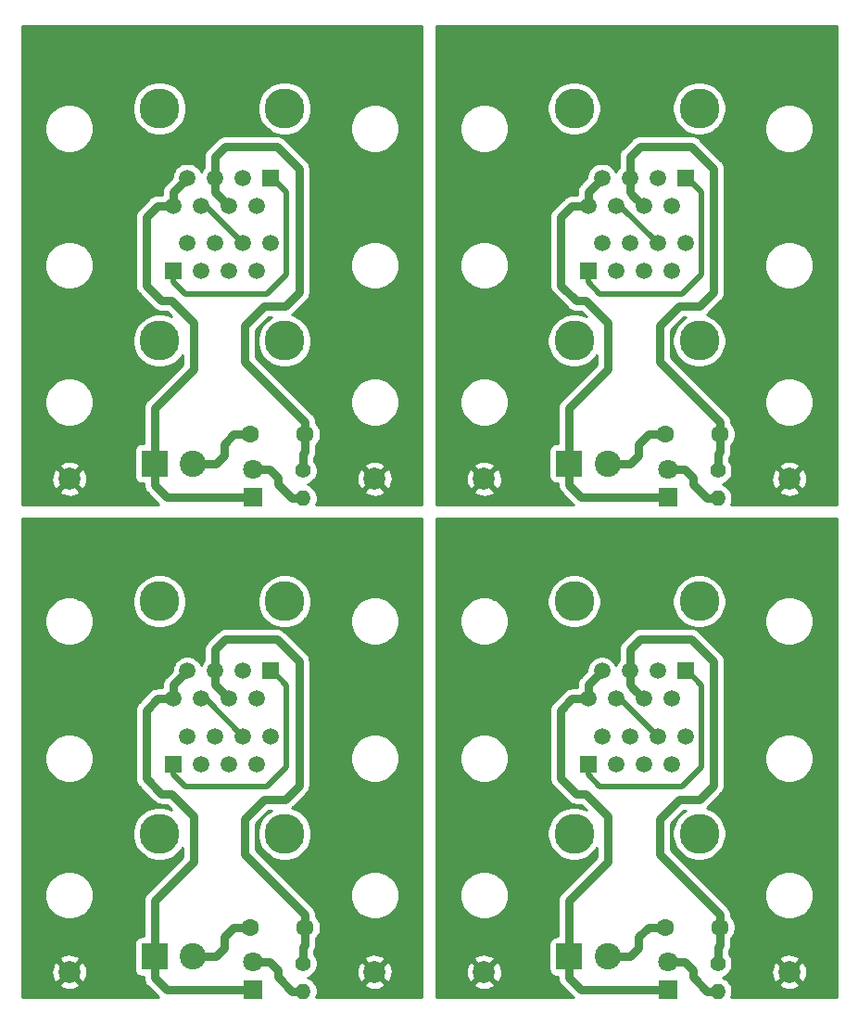
<source format=gbr>
G04 #@! TF.GenerationSoftware,KiCad,Pcbnew,5.1.5+dfsg1-2build2*
G04 #@! TF.CreationDate,2021-07-15T16:03:10-05:00*
G04 #@! TF.ProjectId,,58585858-5858-4585-9858-585858585858,rev?*
G04 #@! TF.SameCoordinates,Original*
G04 #@! TF.FileFunction,Copper,L1,Top*
G04 #@! TF.FilePolarity,Positive*
%FSLAX46Y46*%
G04 Gerber Fmt 4.6, Leading zero omitted, Abs format (unit mm)*
G04 Created by KiCad (PCBNEW 5.1.5+dfsg1-2build2) date 2021-07-15 16:03:10*
%MOMM*%
%LPD*%
G04 APERTURE LIST*
%ADD10C,1.500000*%
%ADD11R,1.500000X1.500000*%
%ADD12C,3.650000*%
%ADD13R,1.800000X1.800000*%
%ADD14C,1.800000*%
%ADD15R,2.400000X2.400000*%
%ADD16C,2.400000*%
%ADD17C,1.998980*%
%ADD18C,1.400000*%
%ADD19O,1.400000X1.400000*%
%ADD20C,1.600000*%
%ADD21C,0.500000*%
%ADD22C,0.250000*%
%ADD23C,0.750000*%
%ADD24C,0.254000*%
G04 APERTURE END LIST*
D10*
X142992000Y-119660000D03*
X144262000Y-117120000D03*
X145532000Y-119660000D03*
X146802000Y-117120000D03*
X148072000Y-119660000D03*
X149342000Y-117120000D03*
X150612000Y-119660000D03*
D11*
X151882000Y-117120000D03*
D12*
X153152000Y-110770000D03*
X141722000Y-110770000D03*
D10*
X105102000Y-119660000D03*
X106372000Y-117120000D03*
X107642000Y-119660000D03*
X108912000Y-117120000D03*
X110182000Y-119660000D03*
X111452000Y-117120000D03*
X112722000Y-119660000D03*
D11*
X113992000Y-117120000D03*
D12*
X115262000Y-110770000D03*
X103832000Y-110770000D03*
D10*
X142992000Y-74660000D03*
X144262000Y-72120000D03*
X145532000Y-74660000D03*
X146802000Y-72120000D03*
X148072000Y-74660000D03*
X149342000Y-72120000D03*
X150612000Y-74660000D03*
D11*
X151882000Y-72120000D03*
D12*
X153152000Y-65770000D03*
X141722000Y-65770000D03*
D13*
X150285000Y-146219000D03*
D14*
X150285000Y-143679000D03*
D13*
X112395000Y-146219000D03*
D14*
X112395000Y-143679000D03*
D13*
X150285000Y-101219000D03*
D14*
X150285000Y-98679000D03*
D15*
X141268000Y-143171000D03*
D16*
X144768000Y-143171000D03*
D15*
X103378000Y-143171000D03*
D16*
X106878000Y-143171000D03*
D15*
X141268000Y-98171000D03*
D16*
X144768000Y-98171000D03*
D17*
X161382000Y-144582000D03*
X123492000Y-144582000D03*
X161382000Y-99582000D03*
D18*
X154857000Y-143806000D03*
D19*
X154857000Y-146346000D03*
D18*
X116967000Y-143806000D03*
D19*
X116967000Y-146346000D03*
D18*
X154857000Y-98806000D03*
D19*
X154857000Y-101346000D03*
D10*
X151882000Y-123089000D03*
X150612000Y-125629000D03*
X149342000Y-123089000D03*
X148072000Y-125629000D03*
X146802000Y-123089000D03*
X145532000Y-125629000D03*
X144262000Y-123089000D03*
D11*
X142992000Y-125629000D03*
D12*
X141722000Y-131979000D03*
X153152000Y-131979000D03*
D10*
X113992000Y-123089000D03*
X112722000Y-125629000D03*
X111452000Y-123089000D03*
X110182000Y-125629000D03*
X108912000Y-123089000D03*
X107642000Y-125629000D03*
X106372000Y-123089000D03*
D11*
X105102000Y-125629000D03*
D12*
X103832000Y-131979000D03*
X115262000Y-131979000D03*
D10*
X151882000Y-78089000D03*
X150612000Y-80629000D03*
X149342000Y-78089000D03*
X148072000Y-80629000D03*
X146802000Y-78089000D03*
X145532000Y-80629000D03*
X144262000Y-78089000D03*
D11*
X142992000Y-80629000D03*
D12*
X141722000Y-86979000D03*
X153152000Y-86979000D03*
D20*
X150031000Y-140504000D03*
X155031000Y-140504000D03*
X112141000Y-140504000D03*
X117141000Y-140504000D03*
X150031000Y-95504000D03*
X155031000Y-95504000D03*
D17*
X133492000Y-144582000D03*
X95602000Y-144582000D03*
X133492000Y-99582000D03*
X123492000Y-99582000D03*
X95602000Y-99582000D03*
D12*
X115262000Y-86979000D03*
X103832000Y-86979000D03*
D11*
X105102000Y-80629000D03*
D10*
X106372000Y-78089000D03*
X107642000Y-80629000D03*
X108912000Y-78089000D03*
X110182000Y-80629000D03*
X111452000Y-78089000D03*
X112722000Y-80629000D03*
X113992000Y-78089000D03*
D20*
X117141000Y-95504000D03*
X112141000Y-95504000D03*
D19*
X116967000Y-101346000D03*
D18*
X116967000Y-98806000D03*
D14*
X112395000Y-98679000D03*
D13*
X112395000Y-101219000D03*
D16*
X106878000Y-98171000D03*
D15*
X103378000Y-98171000D03*
D12*
X103832000Y-65770000D03*
X115262000Y-65770000D03*
D11*
X113992000Y-72120000D03*
D10*
X112722000Y-74660000D03*
X111452000Y-72120000D03*
X110182000Y-74660000D03*
X108912000Y-72120000D03*
X107642000Y-74660000D03*
X106372000Y-72120000D03*
X105102000Y-74660000D03*
D21*
X114157000Y-72120000D02*
X113992000Y-72120000D01*
X115443000Y-73406000D02*
X114157000Y-72120000D01*
X115443000Y-80899000D02*
X115443000Y-73406000D01*
X113665000Y-82677000D02*
X115443000Y-80899000D01*
X106172000Y-82677000D02*
X113665000Y-82677000D01*
X105102000Y-81607000D02*
X106172000Y-82677000D01*
X105102000Y-80629000D02*
X105102000Y-81607000D01*
X153333000Y-80899000D02*
X153333000Y-73406000D01*
X115443000Y-125899000D02*
X115443000Y-118406000D01*
X153333000Y-125899000D02*
X153333000Y-118406000D01*
X151555000Y-82677000D02*
X153333000Y-80899000D01*
X113665000Y-127677000D02*
X115443000Y-125899000D01*
X151555000Y-127677000D02*
X153333000Y-125899000D01*
X152047000Y-72120000D02*
X151882000Y-72120000D01*
X114157000Y-117120000D02*
X113992000Y-117120000D01*
X152047000Y-117120000D02*
X151882000Y-117120000D01*
X142992000Y-80629000D02*
X142992000Y-81607000D01*
X105102000Y-125629000D02*
X105102000Y-126607000D01*
X142992000Y-125629000D02*
X142992000Y-126607000D01*
X153333000Y-73406000D02*
X152047000Y-72120000D01*
X115443000Y-118406000D02*
X114157000Y-117120000D01*
X153333000Y-118406000D02*
X152047000Y-117120000D01*
X144062000Y-82677000D02*
X151555000Y-82677000D01*
X106172000Y-127677000D02*
X113665000Y-127677000D01*
X144062000Y-127677000D02*
X151555000Y-127677000D01*
X142992000Y-81607000D02*
X144062000Y-82677000D01*
X105102000Y-126607000D02*
X106172000Y-127677000D01*
X142992000Y-126607000D02*
X144062000Y-127677000D01*
D22*
X108023000Y-74660000D02*
X107642000Y-74660000D01*
D21*
X111452000Y-78089000D02*
X108023000Y-74660000D01*
D22*
X145913000Y-74660000D02*
X145532000Y-74660000D01*
X108023000Y-119660000D02*
X107642000Y-119660000D01*
X145913000Y-119660000D02*
X145532000Y-119660000D01*
D21*
X149342000Y-78089000D02*
X145913000Y-74660000D01*
X111452000Y-123089000D02*
X108023000Y-119660000D01*
X149342000Y-123089000D02*
X145913000Y-119660000D01*
D23*
X115977051Y-101346000D02*
X114681000Y-100049949D01*
X116967000Y-101346000D02*
X115977051Y-101346000D01*
X114681000Y-100049949D02*
X114681000Y-99441000D01*
X113919000Y-98679000D02*
X112395000Y-98679000D01*
X114681000Y-99441000D02*
X113919000Y-98679000D01*
X152571000Y-100049949D02*
X152571000Y-99441000D01*
X114681000Y-145049949D02*
X114681000Y-144441000D01*
X152571000Y-145049949D02*
X152571000Y-144441000D01*
X151809000Y-98679000D02*
X150285000Y-98679000D01*
X113919000Y-143679000D02*
X112395000Y-143679000D01*
X151809000Y-143679000D02*
X150285000Y-143679000D01*
X153867051Y-101346000D02*
X152571000Y-100049949D01*
X115977051Y-146346000D02*
X114681000Y-145049949D01*
X153867051Y-146346000D02*
X152571000Y-145049949D01*
X152571000Y-99441000D02*
X151809000Y-98679000D01*
X114681000Y-144441000D02*
X113919000Y-143679000D01*
X152571000Y-144441000D02*
X151809000Y-143679000D01*
X154857000Y-101346000D02*
X153867051Y-101346000D01*
X116967000Y-146346000D02*
X115977051Y-146346000D01*
X154857000Y-146346000D02*
X153867051Y-146346000D01*
X104476000Y-101219000D02*
X112395000Y-101219000D01*
X103378000Y-100121000D02*
X104476000Y-101219000D01*
X103378000Y-98171000D02*
X103378000Y-100121000D01*
X103648000Y-74660000D02*
X105102000Y-74660000D01*
X102616000Y-75692000D02*
X103648000Y-74660000D01*
X104013000Y-83312000D02*
X102616000Y-81915000D01*
X104902000Y-83312000D02*
X104013000Y-83312000D01*
X106934000Y-89535000D02*
X106934000Y-85344000D01*
X102616000Y-81915000D02*
X102616000Y-75692000D01*
X106934000Y-85344000D02*
X104902000Y-83312000D01*
X103378000Y-93091000D02*
X106934000Y-89535000D01*
X103378000Y-98171000D02*
X103378000Y-93091000D01*
X105102000Y-73390000D02*
X106372000Y-72120000D01*
X105102000Y-74660000D02*
X105102000Y-73390000D01*
X141268000Y-100121000D02*
X142366000Y-101219000D01*
X103378000Y-145121000D02*
X104476000Y-146219000D01*
X141268000Y-145121000D02*
X142366000Y-146219000D01*
X144824000Y-89535000D02*
X144824000Y-85344000D01*
X106934000Y-134535000D02*
X106934000Y-130344000D01*
X144824000Y-134535000D02*
X144824000Y-130344000D01*
X141268000Y-93091000D02*
X144824000Y-89535000D01*
X103378000Y-138091000D02*
X106934000Y-134535000D01*
X141268000Y-138091000D02*
X144824000Y-134535000D01*
X140506000Y-75692000D02*
X141538000Y-74660000D01*
X102616000Y-120692000D02*
X103648000Y-119660000D01*
X140506000Y-120692000D02*
X141538000Y-119660000D01*
X142366000Y-101219000D02*
X150285000Y-101219000D01*
X104476000Y-146219000D02*
X112395000Y-146219000D01*
X142366000Y-146219000D02*
X150285000Y-146219000D01*
X141268000Y-98171000D02*
X141268000Y-100121000D01*
X103378000Y-143171000D02*
X103378000Y-145121000D01*
X141268000Y-143171000D02*
X141268000Y-145121000D01*
X141268000Y-98171000D02*
X141268000Y-93091000D01*
X103378000Y-143171000D02*
X103378000Y-138091000D01*
X141268000Y-143171000D02*
X141268000Y-138091000D01*
X142992000Y-73390000D02*
X144262000Y-72120000D01*
X105102000Y-118390000D02*
X106372000Y-117120000D01*
X142992000Y-118390000D02*
X144262000Y-117120000D01*
X142992000Y-74660000D02*
X142992000Y-73390000D01*
X105102000Y-119660000D02*
X105102000Y-118390000D01*
X142992000Y-119660000D02*
X142992000Y-118390000D01*
X141903000Y-83312000D02*
X140506000Y-81915000D01*
X104013000Y-128312000D02*
X102616000Y-126915000D01*
X141903000Y-128312000D02*
X140506000Y-126915000D01*
X141538000Y-74660000D02*
X142992000Y-74660000D01*
X103648000Y-119660000D02*
X105102000Y-119660000D01*
X141538000Y-119660000D02*
X142992000Y-119660000D01*
X140506000Y-81915000D02*
X140506000Y-75692000D01*
X102616000Y-126915000D02*
X102616000Y-120692000D01*
X140506000Y-126915000D02*
X140506000Y-120692000D01*
X144824000Y-85344000D02*
X142792000Y-83312000D01*
X106934000Y-130344000D02*
X104902000Y-128312000D01*
X144824000Y-130344000D02*
X142792000Y-128312000D01*
X142792000Y-83312000D02*
X141903000Y-83312000D01*
X104902000Y-128312000D02*
X104013000Y-128312000D01*
X142792000Y-128312000D02*
X141903000Y-128312000D01*
D22*
X116967000Y-95678000D02*
X117141000Y-95504000D01*
D21*
X117141000Y-98632000D02*
X116967000Y-98806000D01*
D23*
X116967000Y-97282000D02*
X116967000Y-98806000D01*
X117141000Y-97108000D02*
X116967000Y-97282000D01*
X117141000Y-95504000D02*
X117141000Y-97108000D01*
X108912000Y-70158000D02*
X108912000Y-72120000D01*
X116586000Y-82550000D02*
X116586000Y-71247000D01*
X114554000Y-69215000D02*
X109855000Y-69215000D01*
X113411000Y-83820000D02*
X115316000Y-83820000D01*
X111633000Y-85598000D02*
X113411000Y-83820000D01*
X109855000Y-69215000D02*
X108912000Y-70158000D01*
X116586000Y-71247000D02*
X114554000Y-69215000D01*
X111633000Y-88864630D02*
X111633000Y-85598000D01*
X115316000Y-83820000D02*
X116586000Y-82550000D01*
X117141000Y-94372630D02*
X111633000Y-88864630D01*
X117141000Y-95504000D02*
X117141000Y-94372630D01*
X109220000Y-73698000D02*
X110182000Y-74660000D01*
X108912000Y-73390000D02*
X109220000Y-73698000D01*
X108912000Y-72120000D02*
X108912000Y-73390000D01*
X151301000Y-83820000D02*
X153206000Y-83820000D01*
X113411000Y-128820000D02*
X115316000Y-128820000D01*
X151301000Y-128820000D02*
X153206000Y-128820000D01*
X149523000Y-85598000D02*
X151301000Y-83820000D01*
X111633000Y-130598000D02*
X113411000Y-128820000D01*
X149523000Y-130598000D02*
X151301000Y-128820000D01*
X154476000Y-71247000D02*
X152444000Y-69215000D01*
X116586000Y-116247000D02*
X114554000Y-114215000D01*
X154476000Y-116247000D02*
X152444000Y-114215000D01*
X153206000Y-83820000D02*
X154476000Y-82550000D01*
X115316000Y-128820000D02*
X116586000Y-127550000D01*
X153206000Y-128820000D02*
X154476000Y-127550000D01*
X155031000Y-97108000D02*
X154857000Y-97282000D01*
X117141000Y-142108000D02*
X116967000Y-142282000D01*
X155031000Y-142108000D02*
X154857000Y-142282000D01*
X154476000Y-82550000D02*
X154476000Y-71247000D01*
X116586000Y-127550000D02*
X116586000Y-116247000D01*
X154476000Y-127550000D02*
X154476000Y-116247000D01*
X152444000Y-69215000D02*
X147745000Y-69215000D01*
X114554000Y-114215000D02*
X109855000Y-114215000D01*
X152444000Y-114215000D02*
X147745000Y-114215000D01*
X146802000Y-72120000D02*
X146802000Y-73390000D01*
X108912000Y-117120000D02*
X108912000Y-118390000D01*
X146802000Y-117120000D02*
X146802000Y-118390000D01*
X146802000Y-70158000D02*
X146802000Y-72120000D01*
X108912000Y-115158000D02*
X108912000Y-117120000D01*
X146802000Y-115158000D02*
X146802000Y-117120000D01*
X155031000Y-95504000D02*
X155031000Y-94372630D01*
X117141000Y-140504000D02*
X117141000Y-139372630D01*
X155031000Y-140504000D02*
X155031000Y-139372630D01*
X155031000Y-94372630D02*
X149523000Y-88864630D01*
X117141000Y-139372630D02*
X111633000Y-133864630D01*
X155031000Y-139372630D02*
X149523000Y-133864630D01*
X154857000Y-97282000D02*
X154857000Y-98806000D01*
X116967000Y-142282000D02*
X116967000Y-143806000D01*
X154857000Y-142282000D02*
X154857000Y-143806000D01*
D22*
X154857000Y-95678000D02*
X155031000Y-95504000D01*
X116967000Y-140678000D02*
X117141000Y-140504000D01*
X154857000Y-140678000D02*
X155031000Y-140504000D01*
D23*
X155031000Y-95504000D02*
X155031000Y-97108000D01*
X117141000Y-140504000D02*
X117141000Y-142108000D01*
X155031000Y-140504000D02*
X155031000Y-142108000D01*
X149523000Y-88864630D02*
X149523000Y-85598000D01*
X111633000Y-133864630D02*
X111633000Y-130598000D01*
X149523000Y-133864630D02*
X149523000Y-130598000D01*
X147745000Y-69215000D02*
X146802000Y-70158000D01*
X109855000Y-114215000D02*
X108912000Y-115158000D01*
X147745000Y-114215000D02*
X146802000Y-115158000D01*
X147110000Y-73698000D02*
X148072000Y-74660000D01*
X109220000Y-118698000D02*
X110182000Y-119660000D01*
X147110000Y-118698000D02*
X148072000Y-119660000D01*
X146802000Y-73390000D02*
X147110000Y-73698000D01*
X108912000Y-118390000D02*
X109220000Y-118698000D01*
X146802000Y-118390000D02*
X147110000Y-118698000D01*
D21*
X155031000Y-98632000D02*
X154857000Y-98806000D01*
X117141000Y-143632000D02*
X116967000Y-143806000D01*
X155031000Y-143632000D02*
X154857000Y-143806000D01*
D23*
X112141000Y-95504000D02*
X110617000Y-95504000D01*
X110617000Y-95504000D02*
X109728000Y-96393000D01*
X109728000Y-96393000D02*
X109728000Y-97409000D01*
X108966000Y-98171000D02*
X106878000Y-98171000D01*
X109728000Y-97409000D02*
X108966000Y-98171000D01*
X147618000Y-97409000D02*
X146856000Y-98171000D01*
X109728000Y-142409000D02*
X108966000Y-143171000D01*
X147618000Y-142409000D02*
X146856000Y-143171000D01*
X150031000Y-95504000D02*
X148507000Y-95504000D01*
X112141000Y-140504000D02*
X110617000Y-140504000D01*
X150031000Y-140504000D02*
X148507000Y-140504000D01*
X146856000Y-98171000D02*
X144768000Y-98171000D01*
X108966000Y-143171000D02*
X106878000Y-143171000D01*
X146856000Y-143171000D02*
X144768000Y-143171000D01*
X148507000Y-95504000D02*
X147618000Y-96393000D01*
X110617000Y-140504000D02*
X109728000Y-141393000D01*
X148507000Y-140504000D02*
X147618000Y-141393000D01*
X147618000Y-96393000D02*
X147618000Y-97409000D01*
X109728000Y-141393000D02*
X109728000Y-142409000D01*
X147618000Y-141393000D02*
X147618000Y-142409000D01*
D24*
G36*
X127832001Y-101922000D02*
G01*
X118173406Y-101922000D01*
X118250696Y-101735405D01*
X118302000Y-101477486D01*
X118302000Y-101214514D01*
X118250696Y-100956595D01*
X118151474Y-100717050D01*
X122536555Y-100717050D01*
X122632258Y-100981399D01*
X122921787Y-101122238D01*
X123233229Y-101203885D01*
X123554615Y-101223205D01*
X123873595Y-101179454D01*
X124177911Y-101074314D01*
X124351742Y-100981399D01*
X124447445Y-100717050D01*
X123492000Y-99761605D01*
X122536555Y-100717050D01*
X118151474Y-100717050D01*
X118150061Y-100713641D01*
X118003962Y-100494987D01*
X117818013Y-100309038D01*
X117599359Y-100162939D01*
X117389470Y-100076000D01*
X117599359Y-99989061D01*
X117818013Y-99842962D01*
X118003962Y-99657013D01*
X118012246Y-99644615D01*
X121850795Y-99644615D01*
X121894546Y-99963595D01*
X121999686Y-100267911D01*
X122092601Y-100441742D01*
X122356950Y-100537445D01*
X123312395Y-99582000D01*
X123671605Y-99582000D01*
X124627050Y-100537445D01*
X124891399Y-100441742D01*
X125032238Y-100152213D01*
X125113885Y-99840771D01*
X125133205Y-99519385D01*
X125089454Y-99200405D01*
X124984314Y-98896089D01*
X124891399Y-98722258D01*
X124627050Y-98626555D01*
X123671605Y-99582000D01*
X123312395Y-99582000D01*
X122356950Y-98626555D01*
X122092601Y-98722258D01*
X121951762Y-99011787D01*
X121870115Y-99323229D01*
X121850795Y-99644615D01*
X118012246Y-99644615D01*
X118150061Y-99438359D01*
X118250696Y-99195405D01*
X118302000Y-98937486D01*
X118302000Y-98674514D01*
X118256735Y-98446950D01*
X122536555Y-98446950D01*
X123492000Y-99402395D01*
X124447445Y-98446950D01*
X124351742Y-98182601D01*
X124062213Y-98041762D01*
X123750771Y-97960115D01*
X123429385Y-97940795D01*
X123110405Y-97984546D01*
X122806089Y-98089686D01*
X122632258Y-98182601D01*
X122536555Y-98446950D01*
X118256735Y-98446950D01*
X118250696Y-98416595D01*
X118150061Y-98173641D01*
X118003962Y-97954987D01*
X117977000Y-97928025D01*
X117977000Y-97681402D01*
X117984847Y-97671840D01*
X118078632Y-97496380D01*
X118136385Y-97305994D01*
X118151000Y-97157608D01*
X118151000Y-97157606D01*
X118155886Y-97108001D01*
X118151000Y-97058396D01*
X118151000Y-96523396D01*
X118255637Y-96418759D01*
X118412680Y-96183727D01*
X118520853Y-95922574D01*
X118576000Y-95645335D01*
X118576000Y-95362665D01*
X118520853Y-95085426D01*
X118412680Y-94824273D01*
X118255637Y-94589241D01*
X118151000Y-94484604D01*
X118151000Y-94422234D01*
X118155886Y-94372629D01*
X118142066Y-94232320D01*
X118136385Y-94174636D01*
X118078632Y-93984250D01*
X117984847Y-93808790D01*
X117858633Y-93654997D01*
X117820094Y-93623369D01*
X116558597Y-92361872D01*
X121257000Y-92361872D01*
X121257000Y-92802128D01*
X121342890Y-93233925D01*
X121511369Y-93640669D01*
X121755962Y-94006729D01*
X122067271Y-94318038D01*
X122433331Y-94562631D01*
X122840075Y-94731110D01*
X123271872Y-94817000D01*
X123712128Y-94817000D01*
X124143925Y-94731110D01*
X124550669Y-94562631D01*
X124916729Y-94318038D01*
X125228038Y-94006729D01*
X125472631Y-93640669D01*
X125641110Y-93233925D01*
X125727000Y-92802128D01*
X125727000Y-92361872D01*
X125641110Y-91930075D01*
X125472631Y-91523331D01*
X125228038Y-91157271D01*
X124916729Y-90845962D01*
X124550669Y-90601369D01*
X124143925Y-90432890D01*
X123712128Y-90347000D01*
X123271872Y-90347000D01*
X122840075Y-90432890D01*
X122433331Y-90601369D01*
X122067271Y-90845962D01*
X121755962Y-91157271D01*
X121511369Y-91523331D01*
X121342890Y-91930075D01*
X121257000Y-92361872D01*
X116558597Y-92361872D01*
X112643000Y-88446275D01*
X112643000Y-86016355D01*
X113829356Y-84830000D01*
X114050322Y-84830000D01*
X113693841Y-85068193D01*
X113351193Y-85410841D01*
X113081976Y-85813753D01*
X112896536Y-86261444D01*
X112802000Y-86736711D01*
X112802000Y-87221289D01*
X112896536Y-87696556D01*
X113081976Y-88144247D01*
X113351193Y-88547159D01*
X113693841Y-88889807D01*
X114096753Y-89159024D01*
X114544444Y-89344464D01*
X115019711Y-89439000D01*
X115504289Y-89439000D01*
X115979556Y-89344464D01*
X116427247Y-89159024D01*
X116830159Y-88889807D01*
X117172807Y-88547159D01*
X117442024Y-88144247D01*
X117627464Y-87696556D01*
X117722000Y-87221289D01*
X117722000Y-86736711D01*
X117627464Y-86261444D01*
X117442024Y-85813753D01*
X117172807Y-85410841D01*
X116830159Y-85068193D01*
X116427247Y-84798976D01*
X115979556Y-84613536D01*
X115948638Y-84607386D01*
X116033633Y-84537633D01*
X116065261Y-84499094D01*
X117265094Y-83299261D01*
X117303633Y-83267633D01*
X117429847Y-83113840D01*
X117523632Y-82938380D01*
X117581385Y-82747994D01*
X117596000Y-82599608D01*
X117596000Y-82599606D01*
X117600886Y-82550001D01*
X117596000Y-82500396D01*
X117596000Y-79861872D01*
X121257000Y-79861872D01*
X121257000Y-80302128D01*
X121342890Y-80733925D01*
X121511369Y-81140669D01*
X121755962Y-81506729D01*
X122067271Y-81818038D01*
X122433331Y-82062631D01*
X122840075Y-82231110D01*
X123271872Y-82317000D01*
X123712128Y-82317000D01*
X124143925Y-82231110D01*
X124550669Y-82062631D01*
X124916729Y-81818038D01*
X125228038Y-81506729D01*
X125472631Y-81140669D01*
X125641110Y-80733925D01*
X125727000Y-80302128D01*
X125727000Y-79861872D01*
X125641110Y-79430075D01*
X125472631Y-79023331D01*
X125228038Y-78657271D01*
X124916729Y-78345962D01*
X124550669Y-78101369D01*
X124143925Y-77932890D01*
X123712128Y-77847000D01*
X123271872Y-77847000D01*
X122840075Y-77932890D01*
X122433331Y-78101369D01*
X122067271Y-78345962D01*
X121755962Y-78657271D01*
X121511369Y-79023331D01*
X121342890Y-79430075D01*
X121257000Y-79861872D01*
X117596000Y-79861872D01*
X117596000Y-71296608D01*
X117600886Y-71247000D01*
X117581385Y-71049005D01*
X117523632Y-70858620D01*
X117455914Y-70731928D01*
X117429847Y-70683160D01*
X117303633Y-70529367D01*
X117265100Y-70497744D01*
X115303261Y-68535906D01*
X115271633Y-68497367D01*
X115117840Y-68371153D01*
X114942380Y-68277368D01*
X114751994Y-68219615D01*
X114603608Y-68205000D01*
X114554000Y-68200114D01*
X114504392Y-68205000D01*
X109904604Y-68205000D01*
X109854999Y-68200114D01*
X109805394Y-68205000D01*
X109805392Y-68205000D01*
X109657006Y-68219615D01*
X109466620Y-68277368D01*
X109291160Y-68371153D01*
X109137367Y-68497367D01*
X109105739Y-68535906D01*
X108232906Y-69408739D01*
X108194367Y-69440367D01*
X108068153Y-69594160D01*
X107974369Y-69769620D01*
X107974368Y-69769621D01*
X107916615Y-69960006D01*
X107897114Y-70158000D01*
X107902000Y-70207608D01*
X107902001Y-71171314D01*
X107836201Y-71237114D01*
X107684629Y-71463957D01*
X107642000Y-71566873D01*
X107599371Y-71463957D01*
X107447799Y-71237114D01*
X107254886Y-71044201D01*
X107028043Y-70892629D01*
X106775989Y-70788225D01*
X106508411Y-70735000D01*
X106235589Y-70735000D01*
X105968011Y-70788225D01*
X105715957Y-70892629D01*
X105489114Y-71044201D01*
X105296201Y-71237114D01*
X105144629Y-71463957D01*
X105040225Y-71716011D01*
X104987000Y-71983589D01*
X104987000Y-72076645D01*
X104422901Y-72640744D01*
X104384368Y-72672367D01*
X104352745Y-72710900D01*
X104352744Y-72710901D01*
X104258154Y-72826160D01*
X104164368Y-73001621D01*
X104106615Y-73192006D01*
X104087114Y-73390000D01*
X104092001Y-73439617D01*
X104092001Y-73650000D01*
X103697604Y-73650000D01*
X103647999Y-73645114D01*
X103598394Y-73650000D01*
X103598392Y-73650000D01*
X103450006Y-73664615D01*
X103259620Y-73722368D01*
X103084160Y-73816153D01*
X102930367Y-73942367D01*
X102898739Y-73980906D01*
X101936901Y-74942744D01*
X101898368Y-74974367D01*
X101866745Y-75012900D01*
X101866744Y-75012901D01*
X101772154Y-75128160D01*
X101678368Y-75303621D01*
X101620615Y-75494006D01*
X101601114Y-75692000D01*
X101606001Y-75741618D01*
X101606000Y-81865392D01*
X101601114Y-81915000D01*
X101620615Y-82112994D01*
X101647629Y-82202046D01*
X101678368Y-82303379D01*
X101772153Y-82478840D01*
X101898367Y-82632633D01*
X101936906Y-82664261D01*
X103263739Y-83991094D01*
X103295367Y-84029633D01*
X103449160Y-84155847D01*
X103624620Y-84249632D01*
X103815006Y-84307385D01*
X103963392Y-84322000D01*
X103963394Y-84322000D01*
X104012999Y-84326886D01*
X104062604Y-84322000D01*
X104483645Y-84322000D01*
X104934722Y-84773077D01*
X104549556Y-84613536D01*
X104074289Y-84519000D01*
X103589711Y-84519000D01*
X103114444Y-84613536D01*
X102666753Y-84798976D01*
X102263841Y-85068193D01*
X101921193Y-85410841D01*
X101651976Y-85813753D01*
X101466536Y-86261444D01*
X101372000Y-86736711D01*
X101372000Y-87221289D01*
X101466536Y-87696556D01*
X101651976Y-88144247D01*
X101921193Y-88547159D01*
X102263841Y-88889807D01*
X102666753Y-89159024D01*
X103114444Y-89344464D01*
X103589711Y-89439000D01*
X104074289Y-89439000D01*
X104549556Y-89344464D01*
X104997247Y-89159024D01*
X105400159Y-88889807D01*
X105742807Y-88547159D01*
X105924000Y-88275984D01*
X105924000Y-89116645D01*
X102698901Y-92341744D01*
X102660368Y-92373367D01*
X102628745Y-92411900D01*
X102628744Y-92411901D01*
X102534154Y-92527160D01*
X102440368Y-92702621D01*
X102382615Y-92893006D01*
X102363114Y-93091000D01*
X102368001Y-93140618D01*
X102368000Y-96332928D01*
X102178000Y-96332928D01*
X102053518Y-96345188D01*
X101933820Y-96381498D01*
X101823506Y-96440463D01*
X101726815Y-96519815D01*
X101647463Y-96616506D01*
X101588498Y-96726820D01*
X101552188Y-96846518D01*
X101539928Y-96971000D01*
X101539928Y-99371000D01*
X101552188Y-99495482D01*
X101588498Y-99615180D01*
X101647463Y-99725494D01*
X101726815Y-99822185D01*
X101823506Y-99901537D01*
X101933820Y-99960502D01*
X102053518Y-99996812D01*
X102178000Y-100009072D01*
X102368001Y-100009072D01*
X102368001Y-100071383D01*
X102363114Y-100121000D01*
X102382615Y-100318994D01*
X102440368Y-100509379D01*
X102503969Y-100628367D01*
X102534154Y-100684840D01*
X102660368Y-100838633D01*
X102698901Y-100870256D01*
X103726743Y-101898099D01*
X103746358Y-101922000D01*
X91262000Y-101922000D01*
X91262000Y-100717050D01*
X94646555Y-100717050D01*
X94742258Y-100981399D01*
X95031787Y-101122238D01*
X95343229Y-101203885D01*
X95664615Y-101223205D01*
X95983595Y-101179454D01*
X96287911Y-101074314D01*
X96461742Y-100981399D01*
X96557445Y-100717050D01*
X95602000Y-99761605D01*
X94646555Y-100717050D01*
X91262000Y-100717050D01*
X91262000Y-99644615D01*
X93960795Y-99644615D01*
X94004546Y-99963595D01*
X94109686Y-100267911D01*
X94202601Y-100441742D01*
X94466950Y-100537445D01*
X95422395Y-99582000D01*
X95781605Y-99582000D01*
X96737050Y-100537445D01*
X97001399Y-100441742D01*
X97142238Y-100152213D01*
X97223885Y-99840771D01*
X97243205Y-99519385D01*
X97199454Y-99200405D01*
X97094314Y-98896089D01*
X97001399Y-98722258D01*
X96737050Y-98626555D01*
X95781605Y-99582000D01*
X95422395Y-99582000D01*
X94466950Y-98626555D01*
X94202601Y-98722258D01*
X94061762Y-99011787D01*
X93980115Y-99323229D01*
X93960795Y-99644615D01*
X91262000Y-99644615D01*
X91262000Y-98446950D01*
X94646555Y-98446950D01*
X95602000Y-99402395D01*
X96557445Y-98446950D01*
X96461742Y-98182601D01*
X96172213Y-98041762D01*
X95860771Y-97960115D01*
X95539385Y-97940795D01*
X95220405Y-97984546D01*
X94916089Y-98089686D01*
X94742258Y-98182601D01*
X94646555Y-98446950D01*
X91262000Y-98446950D01*
X91262000Y-92361872D01*
X93367000Y-92361872D01*
X93367000Y-92802128D01*
X93452890Y-93233925D01*
X93621369Y-93640669D01*
X93865962Y-94006729D01*
X94177271Y-94318038D01*
X94543331Y-94562631D01*
X94950075Y-94731110D01*
X95381872Y-94817000D01*
X95822128Y-94817000D01*
X96253925Y-94731110D01*
X96660669Y-94562631D01*
X97026729Y-94318038D01*
X97338038Y-94006729D01*
X97582631Y-93640669D01*
X97751110Y-93233925D01*
X97837000Y-92802128D01*
X97837000Y-92361872D01*
X97751110Y-91930075D01*
X97582631Y-91523331D01*
X97338038Y-91157271D01*
X97026729Y-90845962D01*
X96660669Y-90601369D01*
X96253925Y-90432890D01*
X95822128Y-90347000D01*
X95381872Y-90347000D01*
X94950075Y-90432890D01*
X94543331Y-90601369D01*
X94177271Y-90845962D01*
X93865962Y-91157271D01*
X93621369Y-91523331D01*
X93452890Y-91930075D01*
X93367000Y-92361872D01*
X91262000Y-92361872D01*
X91262000Y-79861872D01*
X93367000Y-79861872D01*
X93367000Y-80302128D01*
X93452890Y-80733925D01*
X93621369Y-81140669D01*
X93865962Y-81506729D01*
X94177271Y-81818038D01*
X94543331Y-82062631D01*
X94950075Y-82231110D01*
X95381872Y-82317000D01*
X95822128Y-82317000D01*
X96253925Y-82231110D01*
X96660669Y-82062631D01*
X97026729Y-81818038D01*
X97338038Y-81506729D01*
X97582631Y-81140669D01*
X97751110Y-80733925D01*
X97837000Y-80302128D01*
X97837000Y-79861872D01*
X97751110Y-79430075D01*
X97582631Y-79023331D01*
X97338038Y-78657271D01*
X97026729Y-78345962D01*
X96660669Y-78101369D01*
X96253925Y-77932890D01*
X95822128Y-77847000D01*
X95381872Y-77847000D01*
X94950075Y-77932890D01*
X94543331Y-78101369D01*
X94177271Y-78345962D01*
X93865962Y-78657271D01*
X93621369Y-79023331D01*
X93452890Y-79430075D01*
X93367000Y-79861872D01*
X91262000Y-79861872D01*
X91262000Y-67361872D01*
X93367000Y-67361872D01*
X93367000Y-67802128D01*
X93452890Y-68233925D01*
X93621369Y-68640669D01*
X93865962Y-69006729D01*
X94177271Y-69318038D01*
X94543331Y-69562631D01*
X94950075Y-69731110D01*
X95381872Y-69817000D01*
X95822128Y-69817000D01*
X96253925Y-69731110D01*
X96660669Y-69562631D01*
X97026729Y-69318038D01*
X97338038Y-69006729D01*
X97582631Y-68640669D01*
X97751110Y-68233925D01*
X97837000Y-67802128D01*
X97837000Y-67361872D01*
X97751110Y-66930075D01*
X97582631Y-66523331D01*
X97338038Y-66157271D01*
X97026729Y-65845962D01*
X96660669Y-65601369D01*
X96482843Y-65527711D01*
X101372000Y-65527711D01*
X101372000Y-66012289D01*
X101466536Y-66487556D01*
X101651976Y-66935247D01*
X101921193Y-67338159D01*
X102263841Y-67680807D01*
X102666753Y-67950024D01*
X103114444Y-68135464D01*
X103589711Y-68230000D01*
X104074289Y-68230000D01*
X104549556Y-68135464D01*
X104997247Y-67950024D01*
X105400159Y-67680807D01*
X105742807Y-67338159D01*
X106012024Y-66935247D01*
X106197464Y-66487556D01*
X106292000Y-66012289D01*
X106292000Y-65527711D01*
X112802000Y-65527711D01*
X112802000Y-66012289D01*
X112896536Y-66487556D01*
X113081976Y-66935247D01*
X113351193Y-67338159D01*
X113693841Y-67680807D01*
X114096753Y-67950024D01*
X114544444Y-68135464D01*
X115019711Y-68230000D01*
X115504289Y-68230000D01*
X115979556Y-68135464D01*
X116427247Y-67950024D01*
X116830159Y-67680807D01*
X117149094Y-67361872D01*
X121257000Y-67361872D01*
X121257000Y-67802128D01*
X121342890Y-68233925D01*
X121511369Y-68640669D01*
X121755962Y-69006729D01*
X122067271Y-69318038D01*
X122433331Y-69562631D01*
X122840075Y-69731110D01*
X123271872Y-69817000D01*
X123712128Y-69817000D01*
X124143925Y-69731110D01*
X124550669Y-69562631D01*
X124916729Y-69318038D01*
X125228038Y-69006729D01*
X125472631Y-68640669D01*
X125641110Y-68233925D01*
X125727000Y-67802128D01*
X125727000Y-67361872D01*
X125641110Y-66930075D01*
X125472631Y-66523331D01*
X125228038Y-66157271D01*
X124916729Y-65845962D01*
X124550669Y-65601369D01*
X124143925Y-65432890D01*
X123712128Y-65347000D01*
X123271872Y-65347000D01*
X122840075Y-65432890D01*
X122433331Y-65601369D01*
X122067271Y-65845962D01*
X121755962Y-66157271D01*
X121511369Y-66523331D01*
X121342890Y-66930075D01*
X121257000Y-67361872D01*
X117149094Y-67361872D01*
X117172807Y-67338159D01*
X117442024Y-66935247D01*
X117627464Y-66487556D01*
X117722000Y-66012289D01*
X117722000Y-65527711D01*
X117627464Y-65052444D01*
X117442024Y-64604753D01*
X117172807Y-64201841D01*
X116830159Y-63859193D01*
X116427247Y-63589976D01*
X115979556Y-63404536D01*
X115504289Y-63310000D01*
X115019711Y-63310000D01*
X114544444Y-63404536D01*
X114096753Y-63589976D01*
X113693841Y-63859193D01*
X113351193Y-64201841D01*
X113081976Y-64604753D01*
X112896536Y-65052444D01*
X112802000Y-65527711D01*
X106292000Y-65527711D01*
X106197464Y-65052444D01*
X106012024Y-64604753D01*
X105742807Y-64201841D01*
X105400159Y-63859193D01*
X104997247Y-63589976D01*
X104549556Y-63404536D01*
X104074289Y-63310000D01*
X103589711Y-63310000D01*
X103114444Y-63404536D01*
X102666753Y-63589976D01*
X102263841Y-63859193D01*
X101921193Y-64201841D01*
X101651976Y-64604753D01*
X101466536Y-65052444D01*
X101372000Y-65527711D01*
X96482843Y-65527711D01*
X96253925Y-65432890D01*
X95822128Y-65347000D01*
X95381872Y-65347000D01*
X94950075Y-65432890D01*
X94543331Y-65601369D01*
X94177271Y-65845962D01*
X93865962Y-66157271D01*
X93621369Y-66523331D01*
X93452890Y-66930075D01*
X93367000Y-67361872D01*
X91262000Y-67361872D01*
X91262000Y-58242000D01*
X127832000Y-58242000D01*
X127832001Y-101922000D01*
G37*
X127832001Y-101922000D02*
X118173406Y-101922000D01*
X118250696Y-101735405D01*
X118302000Y-101477486D01*
X118302000Y-101214514D01*
X118250696Y-100956595D01*
X118151474Y-100717050D01*
X122536555Y-100717050D01*
X122632258Y-100981399D01*
X122921787Y-101122238D01*
X123233229Y-101203885D01*
X123554615Y-101223205D01*
X123873595Y-101179454D01*
X124177911Y-101074314D01*
X124351742Y-100981399D01*
X124447445Y-100717050D01*
X123492000Y-99761605D01*
X122536555Y-100717050D01*
X118151474Y-100717050D01*
X118150061Y-100713641D01*
X118003962Y-100494987D01*
X117818013Y-100309038D01*
X117599359Y-100162939D01*
X117389470Y-100076000D01*
X117599359Y-99989061D01*
X117818013Y-99842962D01*
X118003962Y-99657013D01*
X118012246Y-99644615D01*
X121850795Y-99644615D01*
X121894546Y-99963595D01*
X121999686Y-100267911D01*
X122092601Y-100441742D01*
X122356950Y-100537445D01*
X123312395Y-99582000D01*
X123671605Y-99582000D01*
X124627050Y-100537445D01*
X124891399Y-100441742D01*
X125032238Y-100152213D01*
X125113885Y-99840771D01*
X125133205Y-99519385D01*
X125089454Y-99200405D01*
X124984314Y-98896089D01*
X124891399Y-98722258D01*
X124627050Y-98626555D01*
X123671605Y-99582000D01*
X123312395Y-99582000D01*
X122356950Y-98626555D01*
X122092601Y-98722258D01*
X121951762Y-99011787D01*
X121870115Y-99323229D01*
X121850795Y-99644615D01*
X118012246Y-99644615D01*
X118150061Y-99438359D01*
X118250696Y-99195405D01*
X118302000Y-98937486D01*
X118302000Y-98674514D01*
X118256735Y-98446950D01*
X122536555Y-98446950D01*
X123492000Y-99402395D01*
X124447445Y-98446950D01*
X124351742Y-98182601D01*
X124062213Y-98041762D01*
X123750771Y-97960115D01*
X123429385Y-97940795D01*
X123110405Y-97984546D01*
X122806089Y-98089686D01*
X122632258Y-98182601D01*
X122536555Y-98446950D01*
X118256735Y-98446950D01*
X118250696Y-98416595D01*
X118150061Y-98173641D01*
X118003962Y-97954987D01*
X117977000Y-97928025D01*
X117977000Y-97681402D01*
X117984847Y-97671840D01*
X118078632Y-97496380D01*
X118136385Y-97305994D01*
X118151000Y-97157608D01*
X118151000Y-97157606D01*
X118155886Y-97108001D01*
X118151000Y-97058396D01*
X118151000Y-96523396D01*
X118255637Y-96418759D01*
X118412680Y-96183727D01*
X118520853Y-95922574D01*
X118576000Y-95645335D01*
X118576000Y-95362665D01*
X118520853Y-95085426D01*
X118412680Y-94824273D01*
X118255637Y-94589241D01*
X118151000Y-94484604D01*
X118151000Y-94422234D01*
X118155886Y-94372629D01*
X118142066Y-94232320D01*
X118136385Y-94174636D01*
X118078632Y-93984250D01*
X117984847Y-93808790D01*
X117858633Y-93654997D01*
X117820094Y-93623369D01*
X116558597Y-92361872D01*
X121257000Y-92361872D01*
X121257000Y-92802128D01*
X121342890Y-93233925D01*
X121511369Y-93640669D01*
X121755962Y-94006729D01*
X122067271Y-94318038D01*
X122433331Y-94562631D01*
X122840075Y-94731110D01*
X123271872Y-94817000D01*
X123712128Y-94817000D01*
X124143925Y-94731110D01*
X124550669Y-94562631D01*
X124916729Y-94318038D01*
X125228038Y-94006729D01*
X125472631Y-93640669D01*
X125641110Y-93233925D01*
X125727000Y-92802128D01*
X125727000Y-92361872D01*
X125641110Y-91930075D01*
X125472631Y-91523331D01*
X125228038Y-91157271D01*
X124916729Y-90845962D01*
X124550669Y-90601369D01*
X124143925Y-90432890D01*
X123712128Y-90347000D01*
X123271872Y-90347000D01*
X122840075Y-90432890D01*
X122433331Y-90601369D01*
X122067271Y-90845962D01*
X121755962Y-91157271D01*
X121511369Y-91523331D01*
X121342890Y-91930075D01*
X121257000Y-92361872D01*
X116558597Y-92361872D01*
X112643000Y-88446275D01*
X112643000Y-86016355D01*
X113829356Y-84830000D01*
X114050322Y-84830000D01*
X113693841Y-85068193D01*
X113351193Y-85410841D01*
X113081976Y-85813753D01*
X112896536Y-86261444D01*
X112802000Y-86736711D01*
X112802000Y-87221289D01*
X112896536Y-87696556D01*
X113081976Y-88144247D01*
X113351193Y-88547159D01*
X113693841Y-88889807D01*
X114096753Y-89159024D01*
X114544444Y-89344464D01*
X115019711Y-89439000D01*
X115504289Y-89439000D01*
X115979556Y-89344464D01*
X116427247Y-89159024D01*
X116830159Y-88889807D01*
X117172807Y-88547159D01*
X117442024Y-88144247D01*
X117627464Y-87696556D01*
X117722000Y-87221289D01*
X117722000Y-86736711D01*
X117627464Y-86261444D01*
X117442024Y-85813753D01*
X117172807Y-85410841D01*
X116830159Y-85068193D01*
X116427247Y-84798976D01*
X115979556Y-84613536D01*
X115948638Y-84607386D01*
X116033633Y-84537633D01*
X116065261Y-84499094D01*
X117265094Y-83299261D01*
X117303633Y-83267633D01*
X117429847Y-83113840D01*
X117523632Y-82938380D01*
X117581385Y-82747994D01*
X117596000Y-82599608D01*
X117596000Y-82599606D01*
X117600886Y-82550001D01*
X117596000Y-82500396D01*
X117596000Y-79861872D01*
X121257000Y-79861872D01*
X121257000Y-80302128D01*
X121342890Y-80733925D01*
X121511369Y-81140669D01*
X121755962Y-81506729D01*
X122067271Y-81818038D01*
X122433331Y-82062631D01*
X122840075Y-82231110D01*
X123271872Y-82317000D01*
X123712128Y-82317000D01*
X124143925Y-82231110D01*
X124550669Y-82062631D01*
X124916729Y-81818038D01*
X125228038Y-81506729D01*
X125472631Y-81140669D01*
X125641110Y-80733925D01*
X125727000Y-80302128D01*
X125727000Y-79861872D01*
X125641110Y-79430075D01*
X125472631Y-79023331D01*
X125228038Y-78657271D01*
X124916729Y-78345962D01*
X124550669Y-78101369D01*
X124143925Y-77932890D01*
X123712128Y-77847000D01*
X123271872Y-77847000D01*
X122840075Y-77932890D01*
X122433331Y-78101369D01*
X122067271Y-78345962D01*
X121755962Y-78657271D01*
X121511369Y-79023331D01*
X121342890Y-79430075D01*
X121257000Y-79861872D01*
X117596000Y-79861872D01*
X117596000Y-71296608D01*
X117600886Y-71247000D01*
X117581385Y-71049005D01*
X117523632Y-70858620D01*
X117455914Y-70731928D01*
X117429847Y-70683160D01*
X117303633Y-70529367D01*
X117265100Y-70497744D01*
X115303261Y-68535906D01*
X115271633Y-68497367D01*
X115117840Y-68371153D01*
X114942380Y-68277368D01*
X114751994Y-68219615D01*
X114603608Y-68205000D01*
X114554000Y-68200114D01*
X114504392Y-68205000D01*
X109904604Y-68205000D01*
X109854999Y-68200114D01*
X109805394Y-68205000D01*
X109805392Y-68205000D01*
X109657006Y-68219615D01*
X109466620Y-68277368D01*
X109291160Y-68371153D01*
X109137367Y-68497367D01*
X109105739Y-68535906D01*
X108232906Y-69408739D01*
X108194367Y-69440367D01*
X108068153Y-69594160D01*
X107974369Y-69769620D01*
X107974368Y-69769621D01*
X107916615Y-69960006D01*
X107897114Y-70158000D01*
X107902000Y-70207608D01*
X107902001Y-71171314D01*
X107836201Y-71237114D01*
X107684629Y-71463957D01*
X107642000Y-71566873D01*
X107599371Y-71463957D01*
X107447799Y-71237114D01*
X107254886Y-71044201D01*
X107028043Y-70892629D01*
X106775989Y-70788225D01*
X106508411Y-70735000D01*
X106235589Y-70735000D01*
X105968011Y-70788225D01*
X105715957Y-70892629D01*
X105489114Y-71044201D01*
X105296201Y-71237114D01*
X105144629Y-71463957D01*
X105040225Y-71716011D01*
X104987000Y-71983589D01*
X104987000Y-72076645D01*
X104422901Y-72640744D01*
X104384368Y-72672367D01*
X104352745Y-72710900D01*
X104352744Y-72710901D01*
X104258154Y-72826160D01*
X104164368Y-73001621D01*
X104106615Y-73192006D01*
X104087114Y-73390000D01*
X104092001Y-73439617D01*
X104092001Y-73650000D01*
X103697604Y-73650000D01*
X103647999Y-73645114D01*
X103598394Y-73650000D01*
X103598392Y-73650000D01*
X103450006Y-73664615D01*
X103259620Y-73722368D01*
X103084160Y-73816153D01*
X102930367Y-73942367D01*
X102898739Y-73980906D01*
X101936901Y-74942744D01*
X101898368Y-74974367D01*
X101866745Y-75012900D01*
X101866744Y-75012901D01*
X101772154Y-75128160D01*
X101678368Y-75303621D01*
X101620615Y-75494006D01*
X101601114Y-75692000D01*
X101606001Y-75741618D01*
X101606000Y-81865392D01*
X101601114Y-81915000D01*
X101620615Y-82112994D01*
X101647629Y-82202046D01*
X101678368Y-82303379D01*
X101772153Y-82478840D01*
X101898367Y-82632633D01*
X101936906Y-82664261D01*
X103263739Y-83991094D01*
X103295367Y-84029633D01*
X103449160Y-84155847D01*
X103624620Y-84249632D01*
X103815006Y-84307385D01*
X103963392Y-84322000D01*
X103963394Y-84322000D01*
X104012999Y-84326886D01*
X104062604Y-84322000D01*
X104483645Y-84322000D01*
X104934722Y-84773077D01*
X104549556Y-84613536D01*
X104074289Y-84519000D01*
X103589711Y-84519000D01*
X103114444Y-84613536D01*
X102666753Y-84798976D01*
X102263841Y-85068193D01*
X101921193Y-85410841D01*
X101651976Y-85813753D01*
X101466536Y-86261444D01*
X101372000Y-86736711D01*
X101372000Y-87221289D01*
X101466536Y-87696556D01*
X101651976Y-88144247D01*
X101921193Y-88547159D01*
X102263841Y-88889807D01*
X102666753Y-89159024D01*
X103114444Y-89344464D01*
X103589711Y-89439000D01*
X104074289Y-89439000D01*
X104549556Y-89344464D01*
X104997247Y-89159024D01*
X105400159Y-88889807D01*
X105742807Y-88547159D01*
X105924000Y-88275984D01*
X105924000Y-89116645D01*
X102698901Y-92341744D01*
X102660368Y-92373367D01*
X102628745Y-92411900D01*
X102628744Y-92411901D01*
X102534154Y-92527160D01*
X102440368Y-92702621D01*
X102382615Y-92893006D01*
X102363114Y-93091000D01*
X102368001Y-93140618D01*
X102368000Y-96332928D01*
X102178000Y-96332928D01*
X102053518Y-96345188D01*
X101933820Y-96381498D01*
X101823506Y-96440463D01*
X101726815Y-96519815D01*
X101647463Y-96616506D01*
X101588498Y-96726820D01*
X101552188Y-96846518D01*
X101539928Y-96971000D01*
X101539928Y-99371000D01*
X101552188Y-99495482D01*
X101588498Y-99615180D01*
X101647463Y-99725494D01*
X101726815Y-99822185D01*
X101823506Y-99901537D01*
X101933820Y-99960502D01*
X102053518Y-99996812D01*
X102178000Y-100009072D01*
X102368001Y-100009072D01*
X102368001Y-100071383D01*
X102363114Y-100121000D01*
X102382615Y-100318994D01*
X102440368Y-100509379D01*
X102503969Y-100628367D01*
X102534154Y-100684840D01*
X102660368Y-100838633D01*
X102698901Y-100870256D01*
X103726743Y-101898099D01*
X103746358Y-101922000D01*
X91262000Y-101922000D01*
X91262000Y-100717050D01*
X94646555Y-100717050D01*
X94742258Y-100981399D01*
X95031787Y-101122238D01*
X95343229Y-101203885D01*
X95664615Y-101223205D01*
X95983595Y-101179454D01*
X96287911Y-101074314D01*
X96461742Y-100981399D01*
X96557445Y-100717050D01*
X95602000Y-99761605D01*
X94646555Y-100717050D01*
X91262000Y-100717050D01*
X91262000Y-99644615D01*
X93960795Y-99644615D01*
X94004546Y-99963595D01*
X94109686Y-100267911D01*
X94202601Y-100441742D01*
X94466950Y-100537445D01*
X95422395Y-99582000D01*
X95781605Y-99582000D01*
X96737050Y-100537445D01*
X97001399Y-100441742D01*
X97142238Y-100152213D01*
X97223885Y-99840771D01*
X97243205Y-99519385D01*
X97199454Y-99200405D01*
X97094314Y-98896089D01*
X97001399Y-98722258D01*
X96737050Y-98626555D01*
X95781605Y-99582000D01*
X95422395Y-99582000D01*
X94466950Y-98626555D01*
X94202601Y-98722258D01*
X94061762Y-99011787D01*
X93980115Y-99323229D01*
X93960795Y-99644615D01*
X91262000Y-99644615D01*
X91262000Y-98446950D01*
X94646555Y-98446950D01*
X95602000Y-99402395D01*
X96557445Y-98446950D01*
X96461742Y-98182601D01*
X96172213Y-98041762D01*
X95860771Y-97960115D01*
X95539385Y-97940795D01*
X95220405Y-97984546D01*
X94916089Y-98089686D01*
X94742258Y-98182601D01*
X94646555Y-98446950D01*
X91262000Y-98446950D01*
X91262000Y-92361872D01*
X93367000Y-92361872D01*
X93367000Y-92802128D01*
X93452890Y-93233925D01*
X93621369Y-93640669D01*
X93865962Y-94006729D01*
X94177271Y-94318038D01*
X94543331Y-94562631D01*
X94950075Y-94731110D01*
X95381872Y-94817000D01*
X95822128Y-94817000D01*
X96253925Y-94731110D01*
X96660669Y-94562631D01*
X97026729Y-94318038D01*
X97338038Y-94006729D01*
X97582631Y-93640669D01*
X97751110Y-93233925D01*
X97837000Y-92802128D01*
X97837000Y-92361872D01*
X97751110Y-91930075D01*
X97582631Y-91523331D01*
X97338038Y-91157271D01*
X97026729Y-90845962D01*
X96660669Y-90601369D01*
X96253925Y-90432890D01*
X95822128Y-90347000D01*
X95381872Y-90347000D01*
X94950075Y-90432890D01*
X94543331Y-90601369D01*
X94177271Y-90845962D01*
X93865962Y-91157271D01*
X93621369Y-91523331D01*
X93452890Y-91930075D01*
X93367000Y-92361872D01*
X91262000Y-92361872D01*
X91262000Y-79861872D01*
X93367000Y-79861872D01*
X93367000Y-80302128D01*
X93452890Y-80733925D01*
X93621369Y-81140669D01*
X93865962Y-81506729D01*
X94177271Y-81818038D01*
X94543331Y-82062631D01*
X94950075Y-82231110D01*
X95381872Y-82317000D01*
X95822128Y-82317000D01*
X96253925Y-82231110D01*
X96660669Y-82062631D01*
X97026729Y-81818038D01*
X97338038Y-81506729D01*
X97582631Y-81140669D01*
X97751110Y-80733925D01*
X97837000Y-80302128D01*
X97837000Y-79861872D01*
X97751110Y-79430075D01*
X97582631Y-79023331D01*
X97338038Y-78657271D01*
X97026729Y-78345962D01*
X96660669Y-78101369D01*
X96253925Y-77932890D01*
X95822128Y-77847000D01*
X95381872Y-77847000D01*
X94950075Y-77932890D01*
X94543331Y-78101369D01*
X94177271Y-78345962D01*
X93865962Y-78657271D01*
X93621369Y-79023331D01*
X93452890Y-79430075D01*
X93367000Y-79861872D01*
X91262000Y-79861872D01*
X91262000Y-67361872D01*
X93367000Y-67361872D01*
X93367000Y-67802128D01*
X93452890Y-68233925D01*
X93621369Y-68640669D01*
X93865962Y-69006729D01*
X94177271Y-69318038D01*
X94543331Y-69562631D01*
X94950075Y-69731110D01*
X95381872Y-69817000D01*
X95822128Y-69817000D01*
X96253925Y-69731110D01*
X96660669Y-69562631D01*
X97026729Y-69318038D01*
X97338038Y-69006729D01*
X97582631Y-68640669D01*
X97751110Y-68233925D01*
X97837000Y-67802128D01*
X97837000Y-67361872D01*
X97751110Y-66930075D01*
X97582631Y-66523331D01*
X97338038Y-66157271D01*
X97026729Y-65845962D01*
X96660669Y-65601369D01*
X96482843Y-65527711D01*
X101372000Y-65527711D01*
X101372000Y-66012289D01*
X101466536Y-66487556D01*
X101651976Y-66935247D01*
X101921193Y-67338159D01*
X102263841Y-67680807D01*
X102666753Y-67950024D01*
X103114444Y-68135464D01*
X103589711Y-68230000D01*
X104074289Y-68230000D01*
X104549556Y-68135464D01*
X104997247Y-67950024D01*
X105400159Y-67680807D01*
X105742807Y-67338159D01*
X106012024Y-66935247D01*
X106197464Y-66487556D01*
X106292000Y-66012289D01*
X106292000Y-65527711D01*
X112802000Y-65527711D01*
X112802000Y-66012289D01*
X112896536Y-66487556D01*
X113081976Y-66935247D01*
X113351193Y-67338159D01*
X113693841Y-67680807D01*
X114096753Y-67950024D01*
X114544444Y-68135464D01*
X115019711Y-68230000D01*
X115504289Y-68230000D01*
X115979556Y-68135464D01*
X116427247Y-67950024D01*
X116830159Y-67680807D01*
X117149094Y-67361872D01*
X121257000Y-67361872D01*
X121257000Y-67802128D01*
X121342890Y-68233925D01*
X121511369Y-68640669D01*
X121755962Y-69006729D01*
X122067271Y-69318038D01*
X122433331Y-69562631D01*
X122840075Y-69731110D01*
X123271872Y-69817000D01*
X123712128Y-69817000D01*
X124143925Y-69731110D01*
X124550669Y-69562631D01*
X124916729Y-69318038D01*
X125228038Y-69006729D01*
X125472631Y-68640669D01*
X125641110Y-68233925D01*
X125727000Y-67802128D01*
X125727000Y-67361872D01*
X125641110Y-66930075D01*
X125472631Y-66523331D01*
X125228038Y-66157271D01*
X124916729Y-65845962D01*
X124550669Y-65601369D01*
X124143925Y-65432890D01*
X123712128Y-65347000D01*
X123271872Y-65347000D01*
X122840075Y-65432890D01*
X122433331Y-65601369D01*
X122067271Y-65845962D01*
X121755962Y-66157271D01*
X121511369Y-66523331D01*
X121342890Y-66930075D01*
X121257000Y-67361872D01*
X117149094Y-67361872D01*
X117172807Y-67338159D01*
X117442024Y-66935247D01*
X117627464Y-66487556D01*
X117722000Y-66012289D01*
X117722000Y-65527711D01*
X117627464Y-65052444D01*
X117442024Y-64604753D01*
X117172807Y-64201841D01*
X116830159Y-63859193D01*
X116427247Y-63589976D01*
X115979556Y-63404536D01*
X115504289Y-63310000D01*
X115019711Y-63310000D01*
X114544444Y-63404536D01*
X114096753Y-63589976D01*
X113693841Y-63859193D01*
X113351193Y-64201841D01*
X113081976Y-64604753D01*
X112896536Y-65052444D01*
X112802000Y-65527711D01*
X106292000Y-65527711D01*
X106197464Y-65052444D01*
X106012024Y-64604753D01*
X105742807Y-64201841D01*
X105400159Y-63859193D01*
X104997247Y-63589976D01*
X104549556Y-63404536D01*
X104074289Y-63310000D01*
X103589711Y-63310000D01*
X103114444Y-63404536D01*
X102666753Y-63589976D01*
X102263841Y-63859193D01*
X101921193Y-64201841D01*
X101651976Y-64604753D01*
X101466536Y-65052444D01*
X101372000Y-65527711D01*
X96482843Y-65527711D01*
X96253925Y-65432890D01*
X95822128Y-65347000D01*
X95381872Y-65347000D01*
X94950075Y-65432890D01*
X94543331Y-65601369D01*
X94177271Y-65845962D01*
X93865962Y-66157271D01*
X93621369Y-66523331D01*
X93452890Y-66930075D01*
X93367000Y-67361872D01*
X91262000Y-67361872D01*
X91262000Y-58242000D01*
X127832000Y-58242000D01*
X127832001Y-101922000D01*
G36*
X165722001Y-101922000D02*
G01*
X156063406Y-101922000D01*
X156140696Y-101735405D01*
X156192000Y-101477486D01*
X156192000Y-101214514D01*
X156140696Y-100956595D01*
X156041474Y-100717050D01*
X160426555Y-100717050D01*
X160522258Y-100981399D01*
X160811787Y-101122238D01*
X161123229Y-101203885D01*
X161444615Y-101223205D01*
X161763595Y-101179454D01*
X162067911Y-101074314D01*
X162241742Y-100981399D01*
X162337445Y-100717050D01*
X161382000Y-99761605D01*
X160426555Y-100717050D01*
X156041474Y-100717050D01*
X156040061Y-100713641D01*
X155893962Y-100494987D01*
X155708013Y-100309038D01*
X155489359Y-100162939D01*
X155279470Y-100076000D01*
X155489359Y-99989061D01*
X155708013Y-99842962D01*
X155893962Y-99657013D01*
X155902246Y-99644615D01*
X159740795Y-99644615D01*
X159784546Y-99963595D01*
X159889686Y-100267911D01*
X159982601Y-100441742D01*
X160246950Y-100537445D01*
X161202395Y-99582000D01*
X161561605Y-99582000D01*
X162517050Y-100537445D01*
X162781399Y-100441742D01*
X162922238Y-100152213D01*
X163003885Y-99840771D01*
X163023205Y-99519385D01*
X162979454Y-99200405D01*
X162874314Y-98896089D01*
X162781399Y-98722258D01*
X162517050Y-98626555D01*
X161561605Y-99582000D01*
X161202395Y-99582000D01*
X160246950Y-98626555D01*
X159982601Y-98722258D01*
X159841762Y-99011787D01*
X159760115Y-99323229D01*
X159740795Y-99644615D01*
X155902246Y-99644615D01*
X156040061Y-99438359D01*
X156140696Y-99195405D01*
X156192000Y-98937486D01*
X156192000Y-98674514D01*
X156146735Y-98446950D01*
X160426555Y-98446950D01*
X161382000Y-99402395D01*
X162337445Y-98446950D01*
X162241742Y-98182601D01*
X161952213Y-98041762D01*
X161640771Y-97960115D01*
X161319385Y-97940795D01*
X161000405Y-97984546D01*
X160696089Y-98089686D01*
X160522258Y-98182601D01*
X160426555Y-98446950D01*
X156146735Y-98446950D01*
X156140696Y-98416595D01*
X156040061Y-98173641D01*
X155893962Y-97954987D01*
X155867000Y-97928025D01*
X155867000Y-97681402D01*
X155874847Y-97671840D01*
X155968632Y-97496380D01*
X156026385Y-97305994D01*
X156041000Y-97157608D01*
X156041000Y-97157606D01*
X156045886Y-97108001D01*
X156041000Y-97058396D01*
X156041000Y-96523396D01*
X156145637Y-96418759D01*
X156302680Y-96183727D01*
X156410853Y-95922574D01*
X156466000Y-95645335D01*
X156466000Y-95362665D01*
X156410853Y-95085426D01*
X156302680Y-94824273D01*
X156145637Y-94589241D01*
X156041000Y-94484604D01*
X156041000Y-94422234D01*
X156045886Y-94372629D01*
X156032066Y-94232320D01*
X156026385Y-94174636D01*
X155968632Y-93984250D01*
X155874847Y-93808790D01*
X155748633Y-93654997D01*
X155710094Y-93623369D01*
X154448597Y-92361872D01*
X159147000Y-92361872D01*
X159147000Y-92802128D01*
X159232890Y-93233925D01*
X159401369Y-93640669D01*
X159645962Y-94006729D01*
X159957271Y-94318038D01*
X160323331Y-94562631D01*
X160730075Y-94731110D01*
X161161872Y-94817000D01*
X161602128Y-94817000D01*
X162033925Y-94731110D01*
X162440669Y-94562631D01*
X162806729Y-94318038D01*
X163118038Y-94006729D01*
X163362631Y-93640669D01*
X163531110Y-93233925D01*
X163617000Y-92802128D01*
X163617000Y-92361872D01*
X163531110Y-91930075D01*
X163362631Y-91523331D01*
X163118038Y-91157271D01*
X162806729Y-90845962D01*
X162440669Y-90601369D01*
X162033925Y-90432890D01*
X161602128Y-90347000D01*
X161161872Y-90347000D01*
X160730075Y-90432890D01*
X160323331Y-90601369D01*
X159957271Y-90845962D01*
X159645962Y-91157271D01*
X159401369Y-91523331D01*
X159232890Y-91930075D01*
X159147000Y-92361872D01*
X154448597Y-92361872D01*
X150533000Y-88446275D01*
X150533000Y-86016355D01*
X151719356Y-84830000D01*
X151940322Y-84830000D01*
X151583841Y-85068193D01*
X151241193Y-85410841D01*
X150971976Y-85813753D01*
X150786536Y-86261444D01*
X150692000Y-86736711D01*
X150692000Y-87221289D01*
X150786536Y-87696556D01*
X150971976Y-88144247D01*
X151241193Y-88547159D01*
X151583841Y-88889807D01*
X151986753Y-89159024D01*
X152434444Y-89344464D01*
X152909711Y-89439000D01*
X153394289Y-89439000D01*
X153869556Y-89344464D01*
X154317247Y-89159024D01*
X154720159Y-88889807D01*
X155062807Y-88547159D01*
X155332024Y-88144247D01*
X155517464Y-87696556D01*
X155612000Y-87221289D01*
X155612000Y-86736711D01*
X155517464Y-86261444D01*
X155332024Y-85813753D01*
X155062807Y-85410841D01*
X154720159Y-85068193D01*
X154317247Y-84798976D01*
X153869556Y-84613536D01*
X153838638Y-84607386D01*
X153923633Y-84537633D01*
X153955261Y-84499094D01*
X155155094Y-83299261D01*
X155193633Y-83267633D01*
X155319847Y-83113840D01*
X155413632Y-82938380D01*
X155471385Y-82747994D01*
X155486000Y-82599608D01*
X155486000Y-82599606D01*
X155490886Y-82550001D01*
X155486000Y-82500396D01*
X155486000Y-79861872D01*
X159147000Y-79861872D01*
X159147000Y-80302128D01*
X159232890Y-80733925D01*
X159401369Y-81140669D01*
X159645962Y-81506729D01*
X159957271Y-81818038D01*
X160323331Y-82062631D01*
X160730075Y-82231110D01*
X161161872Y-82317000D01*
X161602128Y-82317000D01*
X162033925Y-82231110D01*
X162440669Y-82062631D01*
X162806729Y-81818038D01*
X163118038Y-81506729D01*
X163362631Y-81140669D01*
X163531110Y-80733925D01*
X163617000Y-80302128D01*
X163617000Y-79861872D01*
X163531110Y-79430075D01*
X163362631Y-79023331D01*
X163118038Y-78657271D01*
X162806729Y-78345962D01*
X162440669Y-78101369D01*
X162033925Y-77932890D01*
X161602128Y-77847000D01*
X161161872Y-77847000D01*
X160730075Y-77932890D01*
X160323331Y-78101369D01*
X159957271Y-78345962D01*
X159645962Y-78657271D01*
X159401369Y-79023331D01*
X159232890Y-79430075D01*
X159147000Y-79861872D01*
X155486000Y-79861872D01*
X155486000Y-71296608D01*
X155490886Y-71247000D01*
X155471385Y-71049005D01*
X155413632Y-70858620D01*
X155345914Y-70731928D01*
X155319847Y-70683160D01*
X155193633Y-70529367D01*
X155155100Y-70497744D01*
X153193261Y-68535906D01*
X153161633Y-68497367D01*
X153007840Y-68371153D01*
X152832380Y-68277368D01*
X152641994Y-68219615D01*
X152493608Y-68205000D01*
X152444000Y-68200114D01*
X152394392Y-68205000D01*
X147794604Y-68205000D01*
X147744999Y-68200114D01*
X147695394Y-68205000D01*
X147695392Y-68205000D01*
X147547006Y-68219615D01*
X147356620Y-68277368D01*
X147181160Y-68371153D01*
X147027367Y-68497367D01*
X146995739Y-68535906D01*
X146122906Y-69408739D01*
X146084367Y-69440367D01*
X145958153Y-69594160D01*
X145864369Y-69769620D01*
X145864368Y-69769621D01*
X145806615Y-69960006D01*
X145787114Y-70158000D01*
X145792000Y-70207608D01*
X145792001Y-71171314D01*
X145726201Y-71237114D01*
X145574629Y-71463957D01*
X145532000Y-71566873D01*
X145489371Y-71463957D01*
X145337799Y-71237114D01*
X145144886Y-71044201D01*
X144918043Y-70892629D01*
X144665989Y-70788225D01*
X144398411Y-70735000D01*
X144125589Y-70735000D01*
X143858011Y-70788225D01*
X143605957Y-70892629D01*
X143379114Y-71044201D01*
X143186201Y-71237114D01*
X143034629Y-71463957D01*
X142930225Y-71716011D01*
X142877000Y-71983589D01*
X142877000Y-72076645D01*
X142312901Y-72640744D01*
X142274368Y-72672367D01*
X142242745Y-72710900D01*
X142242744Y-72710901D01*
X142148154Y-72826160D01*
X142054368Y-73001621D01*
X141996615Y-73192006D01*
X141977114Y-73390000D01*
X141982001Y-73439617D01*
X141982001Y-73650000D01*
X141587604Y-73650000D01*
X141537999Y-73645114D01*
X141488394Y-73650000D01*
X141488392Y-73650000D01*
X141340006Y-73664615D01*
X141149620Y-73722368D01*
X140974160Y-73816153D01*
X140820367Y-73942367D01*
X140788739Y-73980906D01*
X139826901Y-74942744D01*
X139788368Y-74974367D01*
X139756745Y-75012900D01*
X139756744Y-75012901D01*
X139662154Y-75128160D01*
X139568368Y-75303621D01*
X139510615Y-75494006D01*
X139491114Y-75692000D01*
X139496001Y-75741618D01*
X139496000Y-81865392D01*
X139491114Y-81915000D01*
X139510615Y-82112994D01*
X139537629Y-82202046D01*
X139568368Y-82303379D01*
X139662153Y-82478840D01*
X139788367Y-82632633D01*
X139826906Y-82664261D01*
X141153739Y-83991094D01*
X141185367Y-84029633D01*
X141339160Y-84155847D01*
X141514620Y-84249632D01*
X141705006Y-84307385D01*
X141853392Y-84322000D01*
X141853394Y-84322000D01*
X141902999Y-84326886D01*
X141952604Y-84322000D01*
X142373645Y-84322000D01*
X142824722Y-84773077D01*
X142439556Y-84613536D01*
X141964289Y-84519000D01*
X141479711Y-84519000D01*
X141004444Y-84613536D01*
X140556753Y-84798976D01*
X140153841Y-85068193D01*
X139811193Y-85410841D01*
X139541976Y-85813753D01*
X139356536Y-86261444D01*
X139262000Y-86736711D01*
X139262000Y-87221289D01*
X139356536Y-87696556D01*
X139541976Y-88144247D01*
X139811193Y-88547159D01*
X140153841Y-88889807D01*
X140556753Y-89159024D01*
X141004444Y-89344464D01*
X141479711Y-89439000D01*
X141964289Y-89439000D01*
X142439556Y-89344464D01*
X142887247Y-89159024D01*
X143290159Y-88889807D01*
X143632807Y-88547159D01*
X143814000Y-88275984D01*
X143814000Y-89116645D01*
X140588901Y-92341744D01*
X140550368Y-92373367D01*
X140518745Y-92411900D01*
X140518744Y-92411901D01*
X140424154Y-92527160D01*
X140330368Y-92702621D01*
X140272615Y-92893006D01*
X140253114Y-93091000D01*
X140258001Y-93140618D01*
X140258000Y-96332928D01*
X140068000Y-96332928D01*
X139943518Y-96345188D01*
X139823820Y-96381498D01*
X139713506Y-96440463D01*
X139616815Y-96519815D01*
X139537463Y-96616506D01*
X139478498Y-96726820D01*
X139442188Y-96846518D01*
X139429928Y-96971000D01*
X139429928Y-99371000D01*
X139442188Y-99495482D01*
X139478498Y-99615180D01*
X139537463Y-99725494D01*
X139616815Y-99822185D01*
X139713506Y-99901537D01*
X139823820Y-99960502D01*
X139943518Y-99996812D01*
X140068000Y-100009072D01*
X140258001Y-100009072D01*
X140258001Y-100071383D01*
X140253114Y-100121000D01*
X140272615Y-100318994D01*
X140330368Y-100509379D01*
X140393969Y-100628367D01*
X140424154Y-100684840D01*
X140550368Y-100838633D01*
X140588901Y-100870256D01*
X141616743Y-101898099D01*
X141636358Y-101922000D01*
X129152000Y-101922000D01*
X129152000Y-100717050D01*
X132536555Y-100717050D01*
X132632258Y-100981399D01*
X132921787Y-101122238D01*
X133233229Y-101203885D01*
X133554615Y-101223205D01*
X133873595Y-101179454D01*
X134177911Y-101074314D01*
X134351742Y-100981399D01*
X134447445Y-100717050D01*
X133492000Y-99761605D01*
X132536555Y-100717050D01*
X129152000Y-100717050D01*
X129152000Y-99644615D01*
X131850795Y-99644615D01*
X131894546Y-99963595D01*
X131999686Y-100267911D01*
X132092601Y-100441742D01*
X132356950Y-100537445D01*
X133312395Y-99582000D01*
X133671605Y-99582000D01*
X134627050Y-100537445D01*
X134891399Y-100441742D01*
X135032238Y-100152213D01*
X135113885Y-99840771D01*
X135133205Y-99519385D01*
X135089454Y-99200405D01*
X134984314Y-98896089D01*
X134891399Y-98722258D01*
X134627050Y-98626555D01*
X133671605Y-99582000D01*
X133312395Y-99582000D01*
X132356950Y-98626555D01*
X132092601Y-98722258D01*
X131951762Y-99011787D01*
X131870115Y-99323229D01*
X131850795Y-99644615D01*
X129152000Y-99644615D01*
X129152000Y-98446950D01*
X132536555Y-98446950D01*
X133492000Y-99402395D01*
X134447445Y-98446950D01*
X134351742Y-98182601D01*
X134062213Y-98041762D01*
X133750771Y-97960115D01*
X133429385Y-97940795D01*
X133110405Y-97984546D01*
X132806089Y-98089686D01*
X132632258Y-98182601D01*
X132536555Y-98446950D01*
X129152000Y-98446950D01*
X129152000Y-92361872D01*
X131257000Y-92361872D01*
X131257000Y-92802128D01*
X131342890Y-93233925D01*
X131511369Y-93640669D01*
X131755962Y-94006729D01*
X132067271Y-94318038D01*
X132433331Y-94562631D01*
X132840075Y-94731110D01*
X133271872Y-94817000D01*
X133712128Y-94817000D01*
X134143925Y-94731110D01*
X134550669Y-94562631D01*
X134916729Y-94318038D01*
X135228038Y-94006729D01*
X135472631Y-93640669D01*
X135641110Y-93233925D01*
X135727000Y-92802128D01*
X135727000Y-92361872D01*
X135641110Y-91930075D01*
X135472631Y-91523331D01*
X135228038Y-91157271D01*
X134916729Y-90845962D01*
X134550669Y-90601369D01*
X134143925Y-90432890D01*
X133712128Y-90347000D01*
X133271872Y-90347000D01*
X132840075Y-90432890D01*
X132433331Y-90601369D01*
X132067271Y-90845962D01*
X131755962Y-91157271D01*
X131511369Y-91523331D01*
X131342890Y-91930075D01*
X131257000Y-92361872D01*
X129152000Y-92361872D01*
X129152000Y-79861872D01*
X131257000Y-79861872D01*
X131257000Y-80302128D01*
X131342890Y-80733925D01*
X131511369Y-81140669D01*
X131755962Y-81506729D01*
X132067271Y-81818038D01*
X132433331Y-82062631D01*
X132840075Y-82231110D01*
X133271872Y-82317000D01*
X133712128Y-82317000D01*
X134143925Y-82231110D01*
X134550669Y-82062631D01*
X134916729Y-81818038D01*
X135228038Y-81506729D01*
X135472631Y-81140669D01*
X135641110Y-80733925D01*
X135727000Y-80302128D01*
X135727000Y-79861872D01*
X135641110Y-79430075D01*
X135472631Y-79023331D01*
X135228038Y-78657271D01*
X134916729Y-78345962D01*
X134550669Y-78101369D01*
X134143925Y-77932890D01*
X133712128Y-77847000D01*
X133271872Y-77847000D01*
X132840075Y-77932890D01*
X132433331Y-78101369D01*
X132067271Y-78345962D01*
X131755962Y-78657271D01*
X131511369Y-79023331D01*
X131342890Y-79430075D01*
X131257000Y-79861872D01*
X129152000Y-79861872D01*
X129152000Y-67361872D01*
X131257000Y-67361872D01*
X131257000Y-67802128D01*
X131342890Y-68233925D01*
X131511369Y-68640669D01*
X131755962Y-69006729D01*
X132067271Y-69318038D01*
X132433331Y-69562631D01*
X132840075Y-69731110D01*
X133271872Y-69817000D01*
X133712128Y-69817000D01*
X134143925Y-69731110D01*
X134550669Y-69562631D01*
X134916729Y-69318038D01*
X135228038Y-69006729D01*
X135472631Y-68640669D01*
X135641110Y-68233925D01*
X135727000Y-67802128D01*
X135727000Y-67361872D01*
X135641110Y-66930075D01*
X135472631Y-66523331D01*
X135228038Y-66157271D01*
X134916729Y-65845962D01*
X134550669Y-65601369D01*
X134372843Y-65527711D01*
X139262000Y-65527711D01*
X139262000Y-66012289D01*
X139356536Y-66487556D01*
X139541976Y-66935247D01*
X139811193Y-67338159D01*
X140153841Y-67680807D01*
X140556753Y-67950024D01*
X141004444Y-68135464D01*
X141479711Y-68230000D01*
X141964289Y-68230000D01*
X142439556Y-68135464D01*
X142887247Y-67950024D01*
X143290159Y-67680807D01*
X143632807Y-67338159D01*
X143902024Y-66935247D01*
X144087464Y-66487556D01*
X144182000Y-66012289D01*
X144182000Y-65527711D01*
X150692000Y-65527711D01*
X150692000Y-66012289D01*
X150786536Y-66487556D01*
X150971976Y-66935247D01*
X151241193Y-67338159D01*
X151583841Y-67680807D01*
X151986753Y-67950024D01*
X152434444Y-68135464D01*
X152909711Y-68230000D01*
X153394289Y-68230000D01*
X153869556Y-68135464D01*
X154317247Y-67950024D01*
X154720159Y-67680807D01*
X155039094Y-67361872D01*
X159147000Y-67361872D01*
X159147000Y-67802128D01*
X159232890Y-68233925D01*
X159401369Y-68640669D01*
X159645962Y-69006729D01*
X159957271Y-69318038D01*
X160323331Y-69562631D01*
X160730075Y-69731110D01*
X161161872Y-69817000D01*
X161602128Y-69817000D01*
X162033925Y-69731110D01*
X162440669Y-69562631D01*
X162806729Y-69318038D01*
X163118038Y-69006729D01*
X163362631Y-68640669D01*
X163531110Y-68233925D01*
X163617000Y-67802128D01*
X163617000Y-67361872D01*
X163531110Y-66930075D01*
X163362631Y-66523331D01*
X163118038Y-66157271D01*
X162806729Y-65845962D01*
X162440669Y-65601369D01*
X162033925Y-65432890D01*
X161602128Y-65347000D01*
X161161872Y-65347000D01*
X160730075Y-65432890D01*
X160323331Y-65601369D01*
X159957271Y-65845962D01*
X159645962Y-66157271D01*
X159401369Y-66523331D01*
X159232890Y-66930075D01*
X159147000Y-67361872D01*
X155039094Y-67361872D01*
X155062807Y-67338159D01*
X155332024Y-66935247D01*
X155517464Y-66487556D01*
X155612000Y-66012289D01*
X155612000Y-65527711D01*
X155517464Y-65052444D01*
X155332024Y-64604753D01*
X155062807Y-64201841D01*
X154720159Y-63859193D01*
X154317247Y-63589976D01*
X153869556Y-63404536D01*
X153394289Y-63310000D01*
X152909711Y-63310000D01*
X152434444Y-63404536D01*
X151986753Y-63589976D01*
X151583841Y-63859193D01*
X151241193Y-64201841D01*
X150971976Y-64604753D01*
X150786536Y-65052444D01*
X150692000Y-65527711D01*
X144182000Y-65527711D01*
X144087464Y-65052444D01*
X143902024Y-64604753D01*
X143632807Y-64201841D01*
X143290159Y-63859193D01*
X142887247Y-63589976D01*
X142439556Y-63404536D01*
X141964289Y-63310000D01*
X141479711Y-63310000D01*
X141004444Y-63404536D01*
X140556753Y-63589976D01*
X140153841Y-63859193D01*
X139811193Y-64201841D01*
X139541976Y-64604753D01*
X139356536Y-65052444D01*
X139262000Y-65527711D01*
X134372843Y-65527711D01*
X134143925Y-65432890D01*
X133712128Y-65347000D01*
X133271872Y-65347000D01*
X132840075Y-65432890D01*
X132433331Y-65601369D01*
X132067271Y-65845962D01*
X131755962Y-66157271D01*
X131511369Y-66523331D01*
X131342890Y-66930075D01*
X131257000Y-67361872D01*
X129152000Y-67361872D01*
X129152000Y-58242000D01*
X165722000Y-58242000D01*
X165722001Y-101922000D01*
G37*
X165722001Y-101922000D02*
X156063406Y-101922000D01*
X156140696Y-101735405D01*
X156192000Y-101477486D01*
X156192000Y-101214514D01*
X156140696Y-100956595D01*
X156041474Y-100717050D01*
X160426555Y-100717050D01*
X160522258Y-100981399D01*
X160811787Y-101122238D01*
X161123229Y-101203885D01*
X161444615Y-101223205D01*
X161763595Y-101179454D01*
X162067911Y-101074314D01*
X162241742Y-100981399D01*
X162337445Y-100717050D01*
X161382000Y-99761605D01*
X160426555Y-100717050D01*
X156041474Y-100717050D01*
X156040061Y-100713641D01*
X155893962Y-100494987D01*
X155708013Y-100309038D01*
X155489359Y-100162939D01*
X155279470Y-100076000D01*
X155489359Y-99989061D01*
X155708013Y-99842962D01*
X155893962Y-99657013D01*
X155902246Y-99644615D01*
X159740795Y-99644615D01*
X159784546Y-99963595D01*
X159889686Y-100267911D01*
X159982601Y-100441742D01*
X160246950Y-100537445D01*
X161202395Y-99582000D01*
X161561605Y-99582000D01*
X162517050Y-100537445D01*
X162781399Y-100441742D01*
X162922238Y-100152213D01*
X163003885Y-99840771D01*
X163023205Y-99519385D01*
X162979454Y-99200405D01*
X162874314Y-98896089D01*
X162781399Y-98722258D01*
X162517050Y-98626555D01*
X161561605Y-99582000D01*
X161202395Y-99582000D01*
X160246950Y-98626555D01*
X159982601Y-98722258D01*
X159841762Y-99011787D01*
X159760115Y-99323229D01*
X159740795Y-99644615D01*
X155902246Y-99644615D01*
X156040061Y-99438359D01*
X156140696Y-99195405D01*
X156192000Y-98937486D01*
X156192000Y-98674514D01*
X156146735Y-98446950D01*
X160426555Y-98446950D01*
X161382000Y-99402395D01*
X162337445Y-98446950D01*
X162241742Y-98182601D01*
X161952213Y-98041762D01*
X161640771Y-97960115D01*
X161319385Y-97940795D01*
X161000405Y-97984546D01*
X160696089Y-98089686D01*
X160522258Y-98182601D01*
X160426555Y-98446950D01*
X156146735Y-98446950D01*
X156140696Y-98416595D01*
X156040061Y-98173641D01*
X155893962Y-97954987D01*
X155867000Y-97928025D01*
X155867000Y-97681402D01*
X155874847Y-97671840D01*
X155968632Y-97496380D01*
X156026385Y-97305994D01*
X156041000Y-97157608D01*
X156041000Y-97157606D01*
X156045886Y-97108001D01*
X156041000Y-97058396D01*
X156041000Y-96523396D01*
X156145637Y-96418759D01*
X156302680Y-96183727D01*
X156410853Y-95922574D01*
X156466000Y-95645335D01*
X156466000Y-95362665D01*
X156410853Y-95085426D01*
X156302680Y-94824273D01*
X156145637Y-94589241D01*
X156041000Y-94484604D01*
X156041000Y-94422234D01*
X156045886Y-94372629D01*
X156032066Y-94232320D01*
X156026385Y-94174636D01*
X155968632Y-93984250D01*
X155874847Y-93808790D01*
X155748633Y-93654997D01*
X155710094Y-93623369D01*
X154448597Y-92361872D01*
X159147000Y-92361872D01*
X159147000Y-92802128D01*
X159232890Y-93233925D01*
X159401369Y-93640669D01*
X159645962Y-94006729D01*
X159957271Y-94318038D01*
X160323331Y-94562631D01*
X160730075Y-94731110D01*
X161161872Y-94817000D01*
X161602128Y-94817000D01*
X162033925Y-94731110D01*
X162440669Y-94562631D01*
X162806729Y-94318038D01*
X163118038Y-94006729D01*
X163362631Y-93640669D01*
X163531110Y-93233925D01*
X163617000Y-92802128D01*
X163617000Y-92361872D01*
X163531110Y-91930075D01*
X163362631Y-91523331D01*
X163118038Y-91157271D01*
X162806729Y-90845962D01*
X162440669Y-90601369D01*
X162033925Y-90432890D01*
X161602128Y-90347000D01*
X161161872Y-90347000D01*
X160730075Y-90432890D01*
X160323331Y-90601369D01*
X159957271Y-90845962D01*
X159645962Y-91157271D01*
X159401369Y-91523331D01*
X159232890Y-91930075D01*
X159147000Y-92361872D01*
X154448597Y-92361872D01*
X150533000Y-88446275D01*
X150533000Y-86016355D01*
X151719356Y-84830000D01*
X151940322Y-84830000D01*
X151583841Y-85068193D01*
X151241193Y-85410841D01*
X150971976Y-85813753D01*
X150786536Y-86261444D01*
X150692000Y-86736711D01*
X150692000Y-87221289D01*
X150786536Y-87696556D01*
X150971976Y-88144247D01*
X151241193Y-88547159D01*
X151583841Y-88889807D01*
X151986753Y-89159024D01*
X152434444Y-89344464D01*
X152909711Y-89439000D01*
X153394289Y-89439000D01*
X153869556Y-89344464D01*
X154317247Y-89159024D01*
X154720159Y-88889807D01*
X155062807Y-88547159D01*
X155332024Y-88144247D01*
X155517464Y-87696556D01*
X155612000Y-87221289D01*
X155612000Y-86736711D01*
X155517464Y-86261444D01*
X155332024Y-85813753D01*
X155062807Y-85410841D01*
X154720159Y-85068193D01*
X154317247Y-84798976D01*
X153869556Y-84613536D01*
X153838638Y-84607386D01*
X153923633Y-84537633D01*
X153955261Y-84499094D01*
X155155094Y-83299261D01*
X155193633Y-83267633D01*
X155319847Y-83113840D01*
X155413632Y-82938380D01*
X155471385Y-82747994D01*
X155486000Y-82599608D01*
X155486000Y-82599606D01*
X155490886Y-82550001D01*
X155486000Y-82500396D01*
X155486000Y-79861872D01*
X159147000Y-79861872D01*
X159147000Y-80302128D01*
X159232890Y-80733925D01*
X159401369Y-81140669D01*
X159645962Y-81506729D01*
X159957271Y-81818038D01*
X160323331Y-82062631D01*
X160730075Y-82231110D01*
X161161872Y-82317000D01*
X161602128Y-82317000D01*
X162033925Y-82231110D01*
X162440669Y-82062631D01*
X162806729Y-81818038D01*
X163118038Y-81506729D01*
X163362631Y-81140669D01*
X163531110Y-80733925D01*
X163617000Y-80302128D01*
X163617000Y-79861872D01*
X163531110Y-79430075D01*
X163362631Y-79023331D01*
X163118038Y-78657271D01*
X162806729Y-78345962D01*
X162440669Y-78101369D01*
X162033925Y-77932890D01*
X161602128Y-77847000D01*
X161161872Y-77847000D01*
X160730075Y-77932890D01*
X160323331Y-78101369D01*
X159957271Y-78345962D01*
X159645962Y-78657271D01*
X159401369Y-79023331D01*
X159232890Y-79430075D01*
X159147000Y-79861872D01*
X155486000Y-79861872D01*
X155486000Y-71296608D01*
X155490886Y-71247000D01*
X155471385Y-71049005D01*
X155413632Y-70858620D01*
X155345914Y-70731928D01*
X155319847Y-70683160D01*
X155193633Y-70529367D01*
X155155100Y-70497744D01*
X153193261Y-68535906D01*
X153161633Y-68497367D01*
X153007840Y-68371153D01*
X152832380Y-68277368D01*
X152641994Y-68219615D01*
X152493608Y-68205000D01*
X152444000Y-68200114D01*
X152394392Y-68205000D01*
X147794604Y-68205000D01*
X147744999Y-68200114D01*
X147695394Y-68205000D01*
X147695392Y-68205000D01*
X147547006Y-68219615D01*
X147356620Y-68277368D01*
X147181160Y-68371153D01*
X147027367Y-68497367D01*
X146995739Y-68535906D01*
X146122906Y-69408739D01*
X146084367Y-69440367D01*
X145958153Y-69594160D01*
X145864369Y-69769620D01*
X145864368Y-69769621D01*
X145806615Y-69960006D01*
X145787114Y-70158000D01*
X145792000Y-70207608D01*
X145792001Y-71171314D01*
X145726201Y-71237114D01*
X145574629Y-71463957D01*
X145532000Y-71566873D01*
X145489371Y-71463957D01*
X145337799Y-71237114D01*
X145144886Y-71044201D01*
X144918043Y-70892629D01*
X144665989Y-70788225D01*
X144398411Y-70735000D01*
X144125589Y-70735000D01*
X143858011Y-70788225D01*
X143605957Y-70892629D01*
X143379114Y-71044201D01*
X143186201Y-71237114D01*
X143034629Y-71463957D01*
X142930225Y-71716011D01*
X142877000Y-71983589D01*
X142877000Y-72076645D01*
X142312901Y-72640744D01*
X142274368Y-72672367D01*
X142242745Y-72710900D01*
X142242744Y-72710901D01*
X142148154Y-72826160D01*
X142054368Y-73001621D01*
X141996615Y-73192006D01*
X141977114Y-73390000D01*
X141982001Y-73439617D01*
X141982001Y-73650000D01*
X141587604Y-73650000D01*
X141537999Y-73645114D01*
X141488394Y-73650000D01*
X141488392Y-73650000D01*
X141340006Y-73664615D01*
X141149620Y-73722368D01*
X140974160Y-73816153D01*
X140820367Y-73942367D01*
X140788739Y-73980906D01*
X139826901Y-74942744D01*
X139788368Y-74974367D01*
X139756745Y-75012900D01*
X139756744Y-75012901D01*
X139662154Y-75128160D01*
X139568368Y-75303621D01*
X139510615Y-75494006D01*
X139491114Y-75692000D01*
X139496001Y-75741618D01*
X139496000Y-81865392D01*
X139491114Y-81915000D01*
X139510615Y-82112994D01*
X139537629Y-82202046D01*
X139568368Y-82303379D01*
X139662153Y-82478840D01*
X139788367Y-82632633D01*
X139826906Y-82664261D01*
X141153739Y-83991094D01*
X141185367Y-84029633D01*
X141339160Y-84155847D01*
X141514620Y-84249632D01*
X141705006Y-84307385D01*
X141853392Y-84322000D01*
X141853394Y-84322000D01*
X141902999Y-84326886D01*
X141952604Y-84322000D01*
X142373645Y-84322000D01*
X142824722Y-84773077D01*
X142439556Y-84613536D01*
X141964289Y-84519000D01*
X141479711Y-84519000D01*
X141004444Y-84613536D01*
X140556753Y-84798976D01*
X140153841Y-85068193D01*
X139811193Y-85410841D01*
X139541976Y-85813753D01*
X139356536Y-86261444D01*
X139262000Y-86736711D01*
X139262000Y-87221289D01*
X139356536Y-87696556D01*
X139541976Y-88144247D01*
X139811193Y-88547159D01*
X140153841Y-88889807D01*
X140556753Y-89159024D01*
X141004444Y-89344464D01*
X141479711Y-89439000D01*
X141964289Y-89439000D01*
X142439556Y-89344464D01*
X142887247Y-89159024D01*
X143290159Y-88889807D01*
X143632807Y-88547159D01*
X143814000Y-88275984D01*
X143814000Y-89116645D01*
X140588901Y-92341744D01*
X140550368Y-92373367D01*
X140518745Y-92411900D01*
X140518744Y-92411901D01*
X140424154Y-92527160D01*
X140330368Y-92702621D01*
X140272615Y-92893006D01*
X140253114Y-93091000D01*
X140258001Y-93140618D01*
X140258000Y-96332928D01*
X140068000Y-96332928D01*
X139943518Y-96345188D01*
X139823820Y-96381498D01*
X139713506Y-96440463D01*
X139616815Y-96519815D01*
X139537463Y-96616506D01*
X139478498Y-96726820D01*
X139442188Y-96846518D01*
X139429928Y-96971000D01*
X139429928Y-99371000D01*
X139442188Y-99495482D01*
X139478498Y-99615180D01*
X139537463Y-99725494D01*
X139616815Y-99822185D01*
X139713506Y-99901537D01*
X139823820Y-99960502D01*
X139943518Y-99996812D01*
X140068000Y-100009072D01*
X140258001Y-100009072D01*
X140258001Y-100071383D01*
X140253114Y-100121000D01*
X140272615Y-100318994D01*
X140330368Y-100509379D01*
X140393969Y-100628367D01*
X140424154Y-100684840D01*
X140550368Y-100838633D01*
X140588901Y-100870256D01*
X141616743Y-101898099D01*
X141636358Y-101922000D01*
X129152000Y-101922000D01*
X129152000Y-100717050D01*
X132536555Y-100717050D01*
X132632258Y-100981399D01*
X132921787Y-101122238D01*
X133233229Y-101203885D01*
X133554615Y-101223205D01*
X133873595Y-101179454D01*
X134177911Y-101074314D01*
X134351742Y-100981399D01*
X134447445Y-100717050D01*
X133492000Y-99761605D01*
X132536555Y-100717050D01*
X129152000Y-100717050D01*
X129152000Y-99644615D01*
X131850795Y-99644615D01*
X131894546Y-99963595D01*
X131999686Y-100267911D01*
X132092601Y-100441742D01*
X132356950Y-100537445D01*
X133312395Y-99582000D01*
X133671605Y-99582000D01*
X134627050Y-100537445D01*
X134891399Y-100441742D01*
X135032238Y-100152213D01*
X135113885Y-99840771D01*
X135133205Y-99519385D01*
X135089454Y-99200405D01*
X134984314Y-98896089D01*
X134891399Y-98722258D01*
X134627050Y-98626555D01*
X133671605Y-99582000D01*
X133312395Y-99582000D01*
X132356950Y-98626555D01*
X132092601Y-98722258D01*
X131951762Y-99011787D01*
X131870115Y-99323229D01*
X131850795Y-99644615D01*
X129152000Y-99644615D01*
X129152000Y-98446950D01*
X132536555Y-98446950D01*
X133492000Y-99402395D01*
X134447445Y-98446950D01*
X134351742Y-98182601D01*
X134062213Y-98041762D01*
X133750771Y-97960115D01*
X133429385Y-97940795D01*
X133110405Y-97984546D01*
X132806089Y-98089686D01*
X132632258Y-98182601D01*
X132536555Y-98446950D01*
X129152000Y-98446950D01*
X129152000Y-92361872D01*
X131257000Y-92361872D01*
X131257000Y-92802128D01*
X131342890Y-93233925D01*
X131511369Y-93640669D01*
X131755962Y-94006729D01*
X132067271Y-94318038D01*
X132433331Y-94562631D01*
X132840075Y-94731110D01*
X133271872Y-94817000D01*
X133712128Y-94817000D01*
X134143925Y-94731110D01*
X134550669Y-94562631D01*
X134916729Y-94318038D01*
X135228038Y-94006729D01*
X135472631Y-93640669D01*
X135641110Y-93233925D01*
X135727000Y-92802128D01*
X135727000Y-92361872D01*
X135641110Y-91930075D01*
X135472631Y-91523331D01*
X135228038Y-91157271D01*
X134916729Y-90845962D01*
X134550669Y-90601369D01*
X134143925Y-90432890D01*
X133712128Y-90347000D01*
X133271872Y-90347000D01*
X132840075Y-90432890D01*
X132433331Y-90601369D01*
X132067271Y-90845962D01*
X131755962Y-91157271D01*
X131511369Y-91523331D01*
X131342890Y-91930075D01*
X131257000Y-92361872D01*
X129152000Y-92361872D01*
X129152000Y-79861872D01*
X131257000Y-79861872D01*
X131257000Y-80302128D01*
X131342890Y-80733925D01*
X131511369Y-81140669D01*
X131755962Y-81506729D01*
X132067271Y-81818038D01*
X132433331Y-82062631D01*
X132840075Y-82231110D01*
X133271872Y-82317000D01*
X133712128Y-82317000D01*
X134143925Y-82231110D01*
X134550669Y-82062631D01*
X134916729Y-81818038D01*
X135228038Y-81506729D01*
X135472631Y-81140669D01*
X135641110Y-80733925D01*
X135727000Y-80302128D01*
X135727000Y-79861872D01*
X135641110Y-79430075D01*
X135472631Y-79023331D01*
X135228038Y-78657271D01*
X134916729Y-78345962D01*
X134550669Y-78101369D01*
X134143925Y-77932890D01*
X133712128Y-77847000D01*
X133271872Y-77847000D01*
X132840075Y-77932890D01*
X132433331Y-78101369D01*
X132067271Y-78345962D01*
X131755962Y-78657271D01*
X131511369Y-79023331D01*
X131342890Y-79430075D01*
X131257000Y-79861872D01*
X129152000Y-79861872D01*
X129152000Y-67361872D01*
X131257000Y-67361872D01*
X131257000Y-67802128D01*
X131342890Y-68233925D01*
X131511369Y-68640669D01*
X131755962Y-69006729D01*
X132067271Y-69318038D01*
X132433331Y-69562631D01*
X132840075Y-69731110D01*
X133271872Y-69817000D01*
X133712128Y-69817000D01*
X134143925Y-69731110D01*
X134550669Y-69562631D01*
X134916729Y-69318038D01*
X135228038Y-69006729D01*
X135472631Y-68640669D01*
X135641110Y-68233925D01*
X135727000Y-67802128D01*
X135727000Y-67361872D01*
X135641110Y-66930075D01*
X135472631Y-66523331D01*
X135228038Y-66157271D01*
X134916729Y-65845962D01*
X134550669Y-65601369D01*
X134372843Y-65527711D01*
X139262000Y-65527711D01*
X139262000Y-66012289D01*
X139356536Y-66487556D01*
X139541976Y-66935247D01*
X139811193Y-67338159D01*
X140153841Y-67680807D01*
X140556753Y-67950024D01*
X141004444Y-68135464D01*
X141479711Y-68230000D01*
X141964289Y-68230000D01*
X142439556Y-68135464D01*
X142887247Y-67950024D01*
X143290159Y-67680807D01*
X143632807Y-67338159D01*
X143902024Y-66935247D01*
X144087464Y-66487556D01*
X144182000Y-66012289D01*
X144182000Y-65527711D01*
X150692000Y-65527711D01*
X150692000Y-66012289D01*
X150786536Y-66487556D01*
X150971976Y-66935247D01*
X151241193Y-67338159D01*
X151583841Y-67680807D01*
X151986753Y-67950024D01*
X152434444Y-68135464D01*
X152909711Y-68230000D01*
X153394289Y-68230000D01*
X153869556Y-68135464D01*
X154317247Y-67950024D01*
X154720159Y-67680807D01*
X155039094Y-67361872D01*
X159147000Y-67361872D01*
X159147000Y-67802128D01*
X159232890Y-68233925D01*
X159401369Y-68640669D01*
X159645962Y-69006729D01*
X159957271Y-69318038D01*
X160323331Y-69562631D01*
X160730075Y-69731110D01*
X161161872Y-69817000D01*
X161602128Y-69817000D01*
X162033925Y-69731110D01*
X162440669Y-69562631D01*
X162806729Y-69318038D01*
X163118038Y-69006729D01*
X163362631Y-68640669D01*
X163531110Y-68233925D01*
X163617000Y-67802128D01*
X163617000Y-67361872D01*
X163531110Y-66930075D01*
X163362631Y-66523331D01*
X163118038Y-66157271D01*
X162806729Y-65845962D01*
X162440669Y-65601369D01*
X162033925Y-65432890D01*
X161602128Y-65347000D01*
X161161872Y-65347000D01*
X160730075Y-65432890D01*
X160323331Y-65601369D01*
X159957271Y-65845962D01*
X159645962Y-66157271D01*
X159401369Y-66523331D01*
X159232890Y-66930075D01*
X159147000Y-67361872D01*
X155039094Y-67361872D01*
X155062807Y-67338159D01*
X155332024Y-66935247D01*
X155517464Y-66487556D01*
X155612000Y-66012289D01*
X155612000Y-65527711D01*
X155517464Y-65052444D01*
X155332024Y-64604753D01*
X155062807Y-64201841D01*
X154720159Y-63859193D01*
X154317247Y-63589976D01*
X153869556Y-63404536D01*
X153394289Y-63310000D01*
X152909711Y-63310000D01*
X152434444Y-63404536D01*
X151986753Y-63589976D01*
X151583841Y-63859193D01*
X151241193Y-64201841D01*
X150971976Y-64604753D01*
X150786536Y-65052444D01*
X150692000Y-65527711D01*
X144182000Y-65527711D01*
X144087464Y-65052444D01*
X143902024Y-64604753D01*
X143632807Y-64201841D01*
X143290159Y-63859193D01*
X142887247Y-63589976D01*
X142439556Y-63404536D01*
X141964289Y-63310000D01*
X141479711Y-63310000D01*
X141004444Y-63404536D01*
X140556753Y-63589976D01*
X140153841Y-63859193D01*
X139811193Y-64201841D01*
X139541976Y-64604753D01*
X139356536Y-65052444D01*
X139262000Y-65527711D01*
X134372843Y-65527711D01*
X134143925Y-65432890D01*
X133712128Y-65347000D01*
X133271872Y-65347000D01*
X132840075Y-65432890D01*
X132433331Y-65601369D01*
X132067271Y-65845962D01*
X131755962Y-66157271D01*
X131511369Y-66523331D01*
X131342890Y-66930075D01*
X131257000Y-67361872D01*
X129152000Y-67361872D01*
X129152000Y-58242000D01*
X165722000Y-58242000D01*
X165722001Y-101922000D01*
G36*
X127832001Y-146922000D02*
G01*
X118173406Y-146922000D01*
X118250696Y-146735405D01*
X118302000Y-146477486D01*
X118302000Y-146214514D01*
X118250696Y-145956595D01*
X118151474Y-145717050D01*
X122536555Y-145717050D01*
X122632258Y-145981399D01*
X122921787Y-146122238D01*
X123233229Y-146203885D01*
X123554615Y-146223205D01*
X123873595Y-146179454D01*
X124177911Y-146074314D01*
X124351742Y-145981399D01*
X124447445Y-145717050D01*
X123492000Y-144761605D01*
X122536555Y-145717050D01*
X118151474Y-145717050D01*
X118150061Y-145713641D01*
X118003962Y-145494987D01*
X117818013Y-145309038D01*
X117599359Y-145162939D01*
X117389470Y-145076000D01*
X117599359Y-144989061D01*
X117818013Y-144842962D01*
X118003962Y-144657013D01*
X118012246Y-144644615D01*
X121850795Y-144644615D01*
X121894546Y-144963595D01*
X121999686Y-145267911D01*
X122092601Y-145441742D01*
X122356950Y-145537445D01*
X123312395Y-144582000D01*
X123671605Y-144582000D01*
X124627050Y-145537445D01*
X124891399Y-145441742D01*
X125032238Y-145152213D01*
X125113885Y-144840771D01*
X125133205Y-144519385D01*
X125089454Y-144200405D01*
X124984314Y-143896089D01*
X124891399Y-143722258D01*
X124627050Y-143626555D01*
X123671605Y-144582000D01*
X123312395Y-144582000D01*
X122356950Y-143626555D01*
X122092601Y-143722258D01*
X121951762Y-144011787D01*
X121870115Y-144323229D01*
X121850795Y-144644615D01*
X118012246Y-144644615D01*
X118150061Y-144438359D01*
X118250696Y-144195405D01*
X118302000Y-143937486D01*
X118302000Y-143674514D01*
X118256735Y-143446950D01*
X122536555Y-143446950D01*
X123492000Y-144402395D01*
X124447445Y-143446950D01*
X124351742Y-143182601D01*
X124062213Y-143041762D01*
X123750771Y-142960115D01*
X123429385Y-142940795D01*
X123110405Y-142984546D01*
X122806089Y-143089686D01*
X122632258Y-143182601D01*
X122536555Y-143446950D01*
X118256735Y-143446950D01*
X118250696Y-143416595D01*
X118150061Y-143173641D01*
X118003962Y-142954987D01*
X117977000Y-142928025D01*
X117977000Y-142681402D01*
X117984847Y-142671840D01*
X118078632Y-142496380D01*
X118136385Y-142305994D01*
X118151000Y-142157608D01*
X118151000Y-142157606D01*
X118155886Y-142108001D01*
X118151000Y-142058396D01*
X118151000Y-141523396D01*
X118255637Y-141418759D01*
X118412680Y-141183727D01*
X118520853Y-140922574D01*
X118576000Y-140645335D01*
X118576000Y-140362665D01*
X118520853Y-140085426D01*
X118412680Y-139824273D01*
X118255637Y-139589241D01*
X118151000Y-139484604D01*
X118151000Y-139422234D01*
X118155886Y-139372629D01*
X118142066Y-139232320D01*
X118136385Y-139174636D01*
X118078632Y-138984250D01*
X117984847Y-138808790D01*
X117858633Y-138654997D01*
X117820094Y-138623369D01*
X116558597Y-137361872D01*
X121257000Y-137361872D01*
X121257000Y-137802128D01*
X121342890Y-138233925D01*
X121511369Y-138640669D01*
X121755962Y-139006729D01*
X122067271Y-139318038D01*
X122433331Y-139562631D01*
X122840075Y-139731110D01*
X123271872Y-139817000D01*
X123712128Y-139817000D01*
X124143925Y-139731110D01*
X124550669Y-139562631D01*
X124916729Y-139318038D01*
X125228038Y-139006729D01*
X125472631Y-138640669D01*
X125641110Y-138233925D01*
X125727000Y-137802128D01*
X125727000Y-137361872D01*
X125641110Y-136930075D01*
X125472631Y-136523331D01*
X125228038Y-136157271D01*
X124916729Y-135845962D01*
X124550669Y-135601369D01*
X124143925Y-135432890D01*
X123712128Y-135347000D01*
X123271872Y-135347000D01*
X122840075Y-135432890D01*
X122433331Y-135601369D01*
X122067271Y-135845962D01*
X121755962Y-136157271D01*
X121511369Y-136523331D01*
X121342890Y-136930075D01*
X121257000Y-137361872D01*
X116558597Y-137361872D01*
X112643000Y-133446275D01*
X112643000Y-131016355D01*
X113829356Y-129830000D01*
X114050322Y-129830000D01*
X113693841Y-130068193D01*
X113351193Y-130410841D01*
X113081976Y-130813753D01*
X112896536Y-131261444D01*
X112802000Y-131736711D01*
X112802000Y-132221289D01*
X112896536Y-132696556D01*
X113081976Y-133144247D01*
X113351193Y-133547159D01*
X113693841Y-133889807D01*
X114096753Y-134159024D01*
X114544444Y-134344464D01*
X115019711Y-134439000D01*
X115504289Y-134439000D01*
X115979556Y-134344464D01*
X116427247Y-134159024D01*
X116830159Y-133889807D01*
X117172807Y-133547159D01*
X117442024Y-133144247D01*
X117627464Y-132696556D01*
X117722000Y-132221289D01*
X117722000Y-131736711D01*
X117627464Y-131261444D01*
X117442024Y-130813753D01*
X117172807Y-130410841D01*
X116830159Y-130068193D01*
X116427247Y-129798976D01*
X115979556Y-129613536D01*
X115948638Y-129607386D01*
X116033633Y-129537633D01*
X116065261Y-129499094D01*
X117265094Y-128299261D01*
X117303633Y-128267633D01*
X117429847Y-128113840D01*
X117523632Y-127938380D01*
X117581385Y-127747994D01*
X117596000Y-127599608D01*
X117596000Y-127599606D01*
X117600886Y-127550001D01*
X117596000Y-127500396D01*
X117596000Y-124861872D01*
X121257000Y-124861872D01*
X121257000Y-125302128D01*
X121342890Y-125733925D01*
X121511369Y-126140669D01*
X121755962Y-126506729D01*
X122067271Y-126818038D01*
X122433331Y-127062631D01*
X122840075Y-127231110D01*
X123271872Y-127317000D01*
X123712128Y-127317000D01*
X124143925Y-127231110D01*
X124550669Y-127062631D01*
X124916729Y-126818038D01*
X125228038Y-126506729D01*
X125472631Y-126140669D01*
X125641110Y-125733925D01*
X125727000Y-125302128D01*
X125727000Y-124861872D01*
X125641110Y-124430075D01*
X125472631Y-124023331D01*
X125228038Y-123657271D01*
X124916729Y-123345962D01*
X124550669Y-123101369D01*
X124143925Y-122932890D01*
X123712128Y-122847000D01*
X123271872Y-122847000D01*
X122840075Y-122932890D01*
X122433331Y-123101369D01*
X122067271Y-123345962D01*
X121755962Y-123657271D01*
X121511369Y-124023331D01*
X121342890Y-124430075D01*
X121257000Y-124861872D01*
X117596000Y-124861872D01*
X117596000Y-116296608D01*
X117600886Y-116247000D01*
X117581385Y-116049005D01*
X117523632Y-115858620D01*
X117455914Y-115731928D01*
X117429847Y-115683160D01*
X117303633Y-115529367D01*
X117265100Y-115497744D01*
X115303261Y-113535906D01*
X115271633Y-113497367D01*
X115117840Y-113371153D01*
X114942380Y-113277368D01*
X114751994Y-113219615D01*
X114603608Y-113205000D01*
X114554000Y-113200114D01*
X114504392Y-113205000D01*
X109904604Y-113205000D01*
X109854999Y-113200114D01*
X109805394Y-113205000D01*
X109805392Y-113205000D01*
X109657006Y-113219615D01*
X109466620Y-113277368D01*
X109291160Y-113371153D01*
X109137367Y-113497367D01*
X109105739Y-113535906D01*
X108232906Y-114408739D01*
X108194367Y-114440367D01*
X108068153Y-114594160D01*
X107974369Y-114769620D01*
X107974368Y-114769621D01*
X107916615Y-114960006D01*
X107897114Y-115158000D01*
X107902000Y-115207608D01*
X107902001Y-116171314D01*
X107836201Y-116237114D01*
X107684629Y-116463957D01*
X107642000Y-116566873D01*
X107599371Y-116463957D01*
X107447799Y-116237114D01*
X107254886Y-116044201D01*
X107028043Y-115892629D01*
X106775989Y-115788225D01*
X106508411Y-115735000D01*
X106235589Y-115735000D01*
X105968011Y-115788225D01*
X105715957Y-115892629D01*
X105489114Y-116044201D01*
X105296201Y-116237114D01*
X105144629Y-116463957D01*
X105040225Y-116716011D01*
X104987000Y-116983589D01*
X104987000Y-117076645D01*
X104422901Y-117640744D01*
X104384368Y-117672367D01*
X104352745Y-117710900D01*
X104352744Y-117710901D01*
X104258154Y-117826160D01*
X104164368Y-118001621D01*
X104106615Y-118192006D01*
X104087114Y-118390000D01*
X104092001Y-118439617D01*
X104092001Y-118650000D01*
X103697604Y-118650000D01*
X103647999Y-118645114D01*
X103598394Y-118650000D01*
X103598392Y-118650000D01*
X103450006Y-118664615D01*
X103259620Y-118722368D01*
X103084160Y-118816153D01*
X102930367Y-118942367D01*
X102898739Y-118980906D01*
X101936901Y-119942744D01*
X101898368Y-119974367D01*
X101866745Y-120012900D01*
X101866744Y-120012901D01*
X101772154Y-120128160D01*
X101678368Y-120303621D01*
X101620615Y-120494006D01*
X101601114Y-120692000D01*
X101606001Y-120741618D01*
X101606000Y-126865392D01*
X101601114Y-126915000D01*
X101620615Y-127112994D01*
X101647629Y-127202046D01*
X101678368Y-127303379D01*
X101772153Y-127478840D01*
X101898367Y-127632633D01*
X101936906Y-127664261D01*
X103263739Y-128991094D01*
X103295367Y-129029633D01*
X103449160Y-129155847D01*
X103624620Y-129249632D01*
X103815006Y-129307385D01*
X103963392Y-129322000D01*
X103963394Y-129322000D01*
X104012999Y-129326886D01*
X104062604Y-129322000D01*
X104483645Y-129322000D01*
X104934722Y-129773077D01*
X104549556Y-129613536D01*
X104074289Y-129519000D01*
X103589711Y-129519000D01*
X103114444Y-129613536D01*
X102666753Y-129798976D01*
X102263841Y-130068193D01*
X101921193Y-130410841D01*
X101651976Y-130813753D01*
X101466536Y-131261444D01*
X101372000Y-131736711D01*
X101372000Y-132221289D01*
X101466536Y-132696556D01*
X101651976Y-133144247D01*
X101921193Y-133547159D01*
X102263841Y-133889807D01*
X102666753Y-134159024D01*
X103114444Y-134344464D01*
X103589711Y-134439000D01*
X104074289Y-134439000D01*
X104549556Y-134344464D01*
X104997247Y-134159024D01*
X105400159Y-133889807D01*
X105742807Y-133547159D01*
X105924000Y-133275984D01*
X105924000Y-134116645D01*
X102698901Y-137341744D01*
X102660368Y-137373367D01*
X102628745Y-137411900D01*
X102628744Y-137411901D01*
X102534154Y-137527160D01*
X102440368Y-137702621D01*
X102382615Y-137893006D01*
X102363114Y-138091000D01*
X102368001Y-138140618D01*
X102368000Y-141332928D01*
X102178000Y-141332928D01*
X102053518Y-141345188D01*
X101933820Y-141381498D01*
X101823506Y-141440463D01*
X101726815Y-141519815D01*
X101647463Y-141616506D01*
X101588498Y-141726820D01*
X101552188Y-141846518D01*
X101539928Y-141971000D01*
X101539928Y-144371000D01*
X101552188Y-144495482D01*
X101588498Y-144615180D01*
X101647463Y-144725494D01*
X101726815Y-144822185D01*
X101823506Y-144901537D01*
X101933820Y-144960502D01*
X102053518Y-144996812D01*
X102178000Y-145009072D01*
X102368001Y-145009072D01*
X102368001Y-145071383D01*
X102363114Y-145121000D01*
X102382615Y-145318994D01*
X102440368Y-145509379D01*
X102503969Y-145628367D01*
X102534154Y-145684840D01*
X102660368Y-145838633D01*
X102698901Y-145870256D01*
X103726743Y-146898099D01*
X103746358Y-146922000D01*
X91262000Y-146922000D01*
X91262000Y-145717050D01*
X94646555Y-145717050D01*
X94742258Y-145981399D01*
X95031787Y-146122238D01*
X95343229Y-146203885D01*
X95664615Y-146223205D01*
X95983595Y-146179454D01*
X96287911Y-146074314D01*
X96461742Y-145981399D01*
X96557445Y-145717050D01*
X95602000Y-144761605D01*
X94646555Y-145717050D01*
X91262000Y-145717050D01*
X91262000Y-144644615D01*
X93960795Y-144644615D01*
X94004546Y-144963595D01*
X94109686Y-145267911D01*
X94202601Y-145441742D01*
X94466950Y-145537445D01*
X95422395Y-144582000D01*
X95781605Y-144582000D01*
X96737050Y-145537445D01*
X97001399Y-145441742D01*
X97142238Y-145152213D01*
X97223885Y-144840771D01*
X97243205Y-144519385D01*
X97199454Y-144200405D01*
X97094314Y-143896089D01*
X97001399Y-143722258D01*
X96737050Y-143626555D01*
X95781605Y-144582000D01*
X95422395Y-144582000D01*
X94466950Y-143626555D01*
X94202601Y-143722258D01*
X94061762Y-144011787D01*
X93980115Y-144323229D01*
X93960795Y-144644615D01*
X91262000Y-144644615D01*
X91262000Y-143446950D01*
X94646555Y-143446950D01*
X95602000Y-144402395D01*
X96557445Y-143446950D01*
X96461742Y-143182601D01*
X96172213Y-143041762D01*
X95860771Y-142960115D01*
X95539385Y-142940795D01*
X95220405Y-142984546D01*
X94916089Y-143089686D01*
X94742258Y-143182601D01*
X94646555Y-143446950D01*
X91262000Y-143446950D01*
X91262000Y-137361872D01*
X93367000Y-137361872D01*
X93367000Y-137802128D01*
X93452890Y-138233925D01*
X93621369Y-138640669D01*
X93865962Y-139006729D01*
X94177271Y-139318038D01*
X94543331Y-139562631D01*
X94950075Y-139731110D01*
X95381872Y-139817000D01*
X95822128Y-139817000D01*
X96253925Y-139731110D01*
X96660669Y-139562631D01*
X97026729Y-139318038D01*
X97338038Y-139006729D01*
X97582631Y-138640669D01*
X97751110Y-138233925D01*
X97837000Y-137802128D01*
X97837000Y-137361872D01*
X97751110Y-136930075D01*
X97582631Y-136523331D01*
X97338038Y-136157271D01*
X97026729Y-135845962D01*
X96660669Y-135601369D01*
X96253925Y-135432890D01*
X95822128Y-135347000D01*
X95381872Y-135347000D01*
X94950075Y-135432890D01*
X94543331Y-135601369D01*
X94177271Y-135845962D01*
X93865962Y-136157271D01*
X93621369Y-136523331D01*
X93452890Y-136930075D01*
X93367000Y-137361872D01*
X91262000Y-137361872D01*
X91262000Y-124861872D01*
X93367000Y-124861872D01*
X93367000Y-125302128D01*
X93452890Y-125733925D01*
X93621369Y-126140669D01*
X93865962Y-126506729D01*
X94177271Y-126818038D01*
X94543331Y-127062631D01*
X94950075Y-127231110D01*
X95381872Y-127317000D01*
X95822128Y-127317000D01*
X96253925Y-127231110D01*
X96660669Y-127062631D01*
X97026729Y-126818038D01*
X97338038Y-126506729D01*
X97582631Y-126140669D01*
X97751110Y-125733925D01*
X97837000Y-125302128D01*
X97837000Y-124861872D01*
X97751110Y-124430075D01*
X97582631Y-124023331D01*
X97338038Y-123657271D01*
X97026729Y-123345962D01*
X96660669Y-123101369D01*
X96253925Y-122932890D01*
X95822128Y-122847000D01*
X95381872Y-122847000D01*
X94950075Y-122932890D01*
X94543331Y-123101369D01*
X94177271Y-123345962D01*
X93865962Y-123657271D01*
X93621369Y-124023331D01*
X93452890Y-124430075D01*
X93367000Y-124861872D01*
X91262000Y-124861872D01*
X91262000Y-112361872D01*
X93367000Y-112361872D01*
X93367000Y-112802128D01*
X93452890Y-113233925D01*
X93621369Y-113640669D01*
X93865962Y-114006729D01*
X94177271Y-114318038D01*
X94543331Y-114562631D01*
X94950075Y-114731110D01*
X95381872Y-114817000D01*
X95822128Y-114817000D01*
X96253925Y-114731110D01*
X96660669Y-114562631D01*
X97026729Y-114318038D01*
X97338038Y-114006729D01*
X97582631Y-113640669D01*
X97751110Y-113233925D01*
X97837000Y-112802128D01*
X97837000Y-112361872D01*
X97751110Y-111930075D01*
X97582631Y-111523331D01*
X97338038Y-111157271D01*
X97026729Y-110845962D01*
X96660669Y-110601369D01*
X96482843Y-110527711D01*
X101372000Y-110527711D01*
X101372000Y-111012289D01*
X101466536Y-111487556D01*
X101651976Y-111935247D01*
X101921193Y-112338159D01*
X102263841Y-112680807D01*
X102666753Y-112950024D01*
X103114444Y-113135464D01*
X103589711Y-113230000D01*
X104074289Y-113230000D01*
X104549556Y-113135464D01*
X104997247Y-112950024D01*
X105400159Y-112680807D01*
X105742807Y-112338159D01*
X106012024Y-111935247D01*
X106197464Y-111487556D01*
X106292000Y-111012289D01*
X106292000Y-110527711D01*
X112802000Y-110527711D01*
X112802000Y-111012289D01*
X112896536Y-111487556D01*
X113081976Y-111935247D01*
X113351193Y-112338159D01*
X113693841Y-112680807D01*
X114096753Y-112950024D01*
X114544444Y-113135464D01*
X115019711Y-113230000D01*
X115504289Y-113230000D01*
X115979556Y-113135464D01*
X116427247Y-112950024D01*
X116830159Y-112680807D01*
X117149094Y-112361872D01*
X121257000Y-112361872D01*
X121257000Y-112802128D01*
X121342890Y-113233925D01*
X121511369Y-113640669D01*
X121755962Y-114006729D01*
X122067271Y-114318038D01*
X122433331Y-114562631D01*
X122840075Y-114731110D01*
X123271872Y-114817000D01*
X123712128Y-114817000D01*
X124143925Y-114731110D01*
X124550669Y-114562631D01*
X124916729Y-114318038D01*
X125228038Y-114006729D01*
X125472631Y-113640669D01*
X125641110Y-113233925D01*
X125727000Y-112802128D01*
X125727000Y-112361872D01*
X125641110Y-111930075D01*
X125472631Y-111523331D01*
X125228038Y-111157271D01*
X124916729Y-110845962D01*
X124550669Y-110601369D01*
X124143925Y-110432890D01*
X123712128Y-110347000D01*
X123271872Y-110347000D01*
X122840075Y-110432890D01*
X122433331Y-110601369D01*
X122067271Y-110845962D01*
X121755962Y-111157271D01*
X121511369Y-111523331D01*
X121342890Y-111930075D01*
X121257000Y-112361872D01*
X117149094Y-112361872D01*
X117172807Y-112338159D01*
X117442024Y-111935247D01*
X117627464Y-111487556D01*
X117722000Y-111012289D01*
X117722000Y-110527711D01*
X117627464Y-110052444D01*
X117442024Y-109604753D01*
X117172807Y-109201841D01*
X116830159Y-108859193D01*
X116427247Y-108589976D01*
X115979556Y-108404536D01*
X115504289Y-108310000D01*
X115019711Y-108310000D01*
X114544444Y-108404536D01*
X114096753Y-108589976D01*
X113693841Y-108859193D01*
X113351193Y-109201841D01*
X113081976Y-109604753D01*
X112896536Y-110052444D01*
X112802000Y-110527711D01*
X106292000Y-110527711D01*
X106197464Y-110052444D01*
X106012024Y-109604753D01*
X105742807Y-109201841D01*
X105400159Y-108859193D01*
X104997247Y-108589976D01*
X104549556Y-108404536D01*
X104074289Y-108310000D01*
X103589711Y-108310000D01*
X103114444Y-108404536D01*
X102666753Y-108589976D01*
X102263841Y-108859193D01*
X101921193Y-109201841D01*
X101651976Y-109604753D01*
X101466536Y-110052444D01*
X101372000Y-110527711D01*
X96482843Y-110527711D01*
X96253925Y-110432890D01*
X95822128Y-110347000D01*
X95381872Y-110347000D01*
X94950075Y-110432890D01*
X94543331Y-110601369D01*
X94177271Y-110845962D01*
X93865962Y-111157271D01*
X93621369Y-111523331D01*
X93452890Y-111930075D01*
X93367000Y-112361872D01*
X91262000Y-112361872D01*
X91262000Y-103242000D01*
X127832000Y-103242000D01*
X127832001Y-146922000D01*
G37*
X127832001Y-146922000D02*
X118173406Y-146922000D01*
X118250696Y-146735405D01*
X118302000Y-146477486D01*
X118302000Y-146214514D01*
X118250696Y-145956595D01*
X118151474Y-145717050D01*
X122536555Y-145717050D01*
X122632258Y-145981399D01*
X122921787Y-146122238D01*
X123233229Y-146203885D01*
X123554615Y-146223205D01*
X123873595Y-146179454D01*
X124177911Y-146074314D01*
X124351742Y-145981399D01*
X124447445Y-145717050D01*
X123492000Y-144761605D01*
X122536555Y-145717050D01*
X118151474Y-145717050D01*
X118150061Y-145713641D01*
X118003962Y-145494987D01*
X117818013Y-145309038D01*
X117599359Y-145162939D01*
X117389470Y-145076000D01*
X117599359Y-144989061D01*
X117818013Y-144842962D01*
X118003962Y-144657013D01*
X118012246Y-144644615D01*
X121850795Y-144644615D01*
X121894546Y-144963595D01*
X121999686Y-145267911D01*
X122092601Y-145441742D01*
X122356950Y-145537445D01*
X123312395Y-144582000D01*
X123671605Y-144582000D01*
X124627050Y-145537445D01*
X124891399Y-145441742D01*
X125032238Y-145152213D01*
X125113885Y-144840771D01*
X125133205Y-144519385D01*
X125089454Y-144200405D01*
X124984314Y-143896089D01*
X124891399Y-143722258D01*
X124627050Y-143626555D01*
X123671605Y-144582000D01*
X123312395Y-144582000D01*
X122356950Y-143626555D01*
X122092601Y-143722258D01*
X121951762Y-144011787D01*
X121870115Y-144323229D01*
X121850795Y-144644615D01*
X118012246Y-144644615D01*
X118150061Y-144438359D01*
X118250696Y-144195405D01*
X118302000Y-143937486D01*
X118302000Y-143674514D01*
X118256735Y-143446950D01*
X122536555Y-143446950D01*
X123492000Y-144402395D01*
X124447445Y-143446950D01*
X124351742Y-143182601D01*
X124062213Y-143041762D01*
X123750771Y-142960115D01*
X123429385Y-142940795D01*
X123110405Y-142984546D01*
X122806089Y-143089686D01*
X122632258Y-143182601D01*
X122536555Y-143446950D01*
X118256735Y-143446950D01*
X118250696Y-143416595D01*
X118150061Y-143173641D01*
X118003962Y-142954987D01*
X117977000Y-142928025D01*
X117977000Y-142681402D01*
X117984847Y-142671840D01*
X118078632Y-142496380D01*
X118136385Y-142305994D01*
X118151000Y-142157608D01*
X118151000Y-142157606D01*
X118155886Y-142108001D01*
X118151000Y-142058396D01*
X118151000Y-141523396D01*
X118255637Y-141418759D01*
X118412680Y-141183727D01*
X118520853Y-140922574D01*
X118576000Y-140645335D01*
X118576000Y-140362665D01*
X118520853Y-140085426D01*
X118412680Y-139824273D01*
X118255637Y-139589241D01*
X118151000Y-139484604D01*
X118151000Y-139422234D01*
X118155886Y-139372629D01*
X118142066Y-139232320D01*
X118136385Y-139174636D01*
X118078632Y-138984250D01*
X117984847Y-138808790D01*
X117858633Y-138654997D01*
X117820094Y-138623369D01*
X116558597Y-137361872D01*
X121257000Y-137361872D01*
X121257000Y-137802128D01*
X121342890Y-138233925D01*
X121511369Y-138640669D01*
X121755962Y-139006729D01*
X122067271Y-139318038D01*
X122433331Y-139562631D01*
X122840075Y-139731110D01*
X123271872Y-139817000D01*
X123712128Y-139817000D01*
X124143925Y-139731110D01*
X124550669Y-139562631D01*
X124916729Y-139318038D01*
X125228038Y-139006729D01*
X125472631Y-138640669D01*
X125641110Y-138233925D01*
X125727000Y-137802128D01*
X125727000Y-137361872D01*
X125641110Y-136930075D01*
X125472631Y-136523331D01*
X125228038Y-136157271D01*
X124916729Y-135845962D01*
X124550669Y-135601369D01*
X124143925Y-135432890D01*
X123712128Y-135347000D01*
X123271872Y-135347000D01*
X122840075Y-135432890D01*
X122433331Y-135601369D01*
X122067271Y-135845962D01*
X121755962Y-136157271D01*
X121511369Y-136523331D01*
X121342890Y-136930075D01*
X121257000Y-137361872D01*
X116558597Y-137361872D01*
X112643000Y-133446275D01*
X112643000Y-131016355D01*
X113829356Y-129830000D01*
X114050322Y-129830000D01*
X113693841Y-130068193D01*
X113351193Y-130410841D01*
X113081976Y-130813753D01*
X112896536Y-131261444D01*
X112802000Y-131736711D01*
X112802000Y-132221289D01*
X112896536Y-132696556D01*
X113081976Y-133144247D01*
X113351193Y-133547159D01*
X113693841Y-133889807D01*
X114096753Y-134159024D01*
X114544444Y-134344464D01*
X115019711Y-134439000D01*
X115504289Y-134439000D01*
X115979556Y-134344464D01*
X116427247Y-134159024D01*
X116830159Y-133889807D01*
X117172807Y-133547159D01*
X117442024Y-133144247D01*
X117627464Y-132696556D01*
X117722000Y-132221289D01*
X117722000Y-131736711D01*
X117627464Y-131261444D01*
X117442024Y-130813753D01*
X117172807Y-130410841D01*
X116830159Y-130068193D01*
X116427247Y-129798976D01*
X115979556Y-129613536D01*
X115948638Y-129607386D01*
X116033633Y-129537633D01*
X116065261Y-129499094D01*
X117265094Y-128299261D01*
X117303633Y-128267633D01*
X117429847Y-128113840D01*
X117523632Y-127938380D01*
X117581385Y-127747994D01*
X117596000Y-127599608D01*
X117596000Y-127599606D01*
X117600886Y-127550001D01*
X117596000Y-127500396D01*
X117596000Y-124861872D01*
X121257000Y-124861872D01*
X121257000Y-125302128D01*
X121342890Y-125733925D01*
X121511369Y-126140669D01*
X121755962Y-126506729D01*
X122067271Y-126818038D01*
X122433331Y-127062631D01*
X122840075Y-127231110D01*
X123271872Y-127317000D01*
X123712128Y-127317000D01*
X124143925Y-127231110D01*
X124550669Y-127062631D01*
X124916729Y-126818038D01*
X125228038Y-126506729D01*
X125472631Y-126140669D01*
X125641110Y-125733925D01*
X125727000Y-125302128D01*
X125727000Y-124861872D01*
X125641110Y-124430075D01*
X125472631Y-124023331D01*
X125228038Y-123657271D01*
X124916729Y-123345962D01*
X124550669Y-123101369D01*
X124143925Y-122932890D01*
X123712128Y-122847000D01*
X123271872Y-122847000D01*
X122840075Y-122932890D01*
X122433331Y-123101369D01*
X122067271Y-123345962D01*
X121755962Y-123657271D01*
X121511369Y-124023331D01*
X121342890Y-124430075D01*
X121257000Y-124861872D01*
X117596000Y-124861872D01*
X117596000Y-116296608D01*
X117600886Y-116247000D01*
X117581385Y-116049005D01*
X117523632Y-115858620D01*
X117455914Y-115731928D01*
X117429847Y-115683160D01*
X117303633Y-115529367D01*
X117265100Y-115497744D01*
X115303261Y-113535906D01*
X115271633Y-113497367D01*
X115117840Y-113371153D01*
X114942380Y-113277368D01*
X114751994Y-113219615D01*
X114603608Y-113205000D01*
X114554000Y-113200114D01*
X114504392Y-113205000D01*
X109904604Y-113205000D01*
X109854999Y-113200114D01*
X109805394Y-113205000D01*
X109805392Y-113205000D01*
X109657006Y-113219615D01*
X109466620Y-113277368D01*
X109291160Y-113371153D01*
X109137367Y-113497367D01*
X109105739Y-113535906D01*
X108232906Y-114408739D01*
X108194367Y-114440367D01*
X108068153Y-114594160D01*
X107974369Y-114769620D01*
X107974368Y-114769621D01*
X107916615Y-114960006D01*
X107897114Y-115158000D01*
X107902000Y-115207608D01*
X107902001Y-116171314D01*
X107836201Y-116237114D01*
X107684629Y-116463957D01*
X107642000Y-116566873D01*
X107599371Y-116463957D01*
X107447799Y-116237114D01*
X107254886Y-116044201D01*
X107028043Y-115892629D01*
X106775989Y-115788225D01*
X106508411Y-115735000D01*
X106235589Y-115735000D01*
X105968011Y-115788225D01*
X105715957Y-115892629D01*
X105489114Y-116044201D01*
X105296201Y-116237114D01*
X105144629Y-116463957D01*
X105040225Y-116716011D01*
X104987000Y-116983589D01*
X104987000Y-117076645D01*
X104422901Y-117640744D01*
X104384368Y-117672367D01*
X104352745Y-117710900D01*
X104352744Y-117710901D01*
X104258154Y-117826160D01*
X104164368Y-118001621D01*
X104106615Y-118192006D01*
X104087114Y-118390000D01*
X104092001Y-118439617D01*
X104092001Y-118650000D01*
X103697604Y-118650000D01*
X103647999Y-118645114D01*
X103598394Y-118650000D01*
X103598392Y-118650000D01*
X103450006Y-118664615D01*
X103259620Y-118722368D01*
X103084160Y-118816153D01*
X102930367Y-118942367D01*
X102898739Y-118980906D01*
X101936901Y-119942744D01*
X101898368Y-119974367D01*
X101866745Y-120012900D01*
X101866744Y-120012901D01*
X101772154Y-120128160D01*
X101678368Y-120303621D01*
X101620615Y-120494006D01*
X101601114Y-120692000D01*
X101606001Y-120741618D01*
X101606000Y-126865392D01*
X101601114Y-126915000D01*
X101620615Y-127112994D01*
X101647629Y-127202046D01*
X101678368Y-127303379D01*
X101772153Y-127478840D01*
X101898367Y-127632633D01*
X101936906Y-127664261D01*
X103263739Y-128991094D01*
X103295367Y-129029633D01*
X103449160Y-129155847D01*
X103624620Y-129249632D01*
X103815006Y-129307385D01*
X103963392Y-129322000D01*
X103963394Y-129322000D01*
X104012999Y-129326886D01*
X104062604Y-129322000D01*
X104483645Y-129322000D01*
X104934722Y-129773077D01*
X104549556Y-129613536D01*
X104074289Y-129519000D01*
X103589711Y-129519000D01*
X103114444Y-129613536D01*
X102666753Y-129798976D01*
X102263841Y-130068193D01*
X101921193Y-130410841D01*
X101651976Y-130813753D01*
X101466536Y-131261444D01*
X101372000Y-131736711D01*
X101372000Y-132221289D01*
X101466536Y-132696556D01*
X101651976Y-133144247D01*
X101921193Y-133547159D01*
X102263841Y-133889807D01*
X102666753Y-134159024D01*
X103114444Y-134344464D01*
X103589711Y-134439000D01*
X104074289Y-134439000D01*
X104549556Y-134344464D01*
X104997247Y-134159024D01*
X105400159Y-133889807D01*
X105742807Y-133547159D01*
X105924000Y-133275984D01*
X105924000Y-134116645D01*
X102698901Y-137341744D01*
X102660368Y-137373367D01*
X102628745Y-137411900D01*
X102628744Y-137411901D01*
X102534154Y-137527160D01*
X102440368Y-137702621D01*
X102382615Y-137893006D01*
X102363114Y-138091000D01*
X102368001Y-138140618D01*
X102368000Y-141332928D01*
X102178000Y-141332928D01*
X102053518Y-141345188D01*
X101933820Y-141381498D01*
X101823506Y-141440463D01*
X101726815Y-141519815D01*
X101647463Y-141616506D01*
X101588498Y-141726820D01*
X101552188Y-141846518D01*
X101539928Y-141971000D01*
X101539928Y-144371000D01*
X101552188Y-144495482D01*
X101588498Y-144615180D01*
X101647463Y-144725494D01*
X101726815Y-144822185D01*
X101823506Y-144901537D01*
X101933820Y-144960502D01*
X102053518Y-144996812D01*
X102178000Y-145009072D01*
X102368001Y-145009072D01*
X102368001Y-145071383D01*
X102363114Y-145121000D01*
X102382615Y-145318994D01*
X102440368Y-145509379D01*
X102503969Y-145628367D01*
X102534154Y-145684840D01*
X102660368Y-145838633D01*
X102698901Y-145870256D01*
X103726743Y-146898099D01*
X103746358Y-146922000D01*
X91262000Y-146922000D01*
X91262000Y-145717050D01*
X94646555Y-145717050D01*
X94742258Y-145981399D01*
X95031787Y-146122238D01*
X95343229Y-146203885D01*
X95664615Y-146223205D01*
X95983595Y-146179454D01*
X96287911Y-146074314D01*
X96461742Y-145981399D01*
X96557445Y-145717050D01*
X95602000Y-144761605D01*
X94646555Y-145717050D01*
X91262000Y-145717050D01*
X91262000Y-144644615D01*
X93960795Y-144644615D01*
X94004546Y-144963595D01*
X94109686Y-145267911D01*
X94202601Y-145441742D01*
X94466950Y-145537445D01*
X95422395Y-144582000D01*
X95781605Y-144582000D01*
X96737050Y-145537445D01*
X97001399Y-145441742D01*
X97142238Y-145152213D01*
X97223885Y-144840771D01*
X97243205Y-144519385D01*
X97199454Y-144200405D01*
X97094314Y-143896089D01*
X97001399Y-143722258D01*
X96737050Y-143626555D01*
X95781605Y-144582000D01*
X95422395Y-144582000D01*
X94466950Y-143626555D01*
X94202601Y-143722258D01*
X94061762Y-144011787D01*
X93980115Y-144323229D01*
X93960795Y-144644615D01*
X91262000Y-144644615D01*
X91262000Y-143446950D01*
X94646555Y-143446950D01*
X95602000Y-144402395D01*
X96557445Y-143446950D01*
X96461742Y-143182601D01*
X96172213Y-143041762D01*
X95860771Y-142960115D01*
X95539385Y-142940795D01*
X95220405Y-142984546D01*
X94916089Y-143089686D01*
X94742258Y-143182601D01*
X94646555Y-143446950D01*
X91262000Y-143446950D01*
X91262000Y-137361872D01*
X93367000Y-137361872D01*
X93367000Y-137802128D01*
X93452890Y-138233925D01*
X93621369Y-138640669D01*
X93865962Y-139006729D01*
X94177271Y-139318038D01*
X94543331Y-139562631D01*
X94950075Y-139731110D01*
X95381872Y-139817000D01*
X95822128Y-139817000D01*
X96253925Y-139731110D01*
X96660669Y-139562631D01*
X97026729Y-139318038D01*
X97338038Y-139006729D01*
X97582631Y-138640669D01*
X97751110Y-138233925D01*
X97837000Y-137802128D01*
X97837000Y-137361872D01*
X97751110Y-136930075D01*
X97582631Y-136523331D01*
X97338038Y-136157271D01*
X97026729Y-135845962D01*
X96660669Y-135601369D01*
X96253925Y-135432890D01*
X95822128Y-135347000D01*
X95381872Y-135347000D01*
X94950075Y-135432890D01*
X94543331Y-135601369D01*
X94177271Y-135845962D01*
X93865962Y-136157271D01*
X93621369Y-136523331D01*
X93452890Y-136930075D01*
X93367000Y-137361872D01*
X91262000Y-137361872D01*
X91262000Y-124861872D01*
X93367000Y-124861872D01*
X93367000Y-125302128D01*
X93452890Y-125733925D01*
X93621369Y-126140669D01*
X93865962Y-126506729D01*
X94177271Y-126818038D01*
X94543331Y-127062631D01*
X94950075Y-127231110D01*
X95381872Y-127317000D01*
X95822128Y-127317000D01*
X96253925Y-127231110D01*
X96660669Y-127062631D01*
X97026729Y-126818038D01*
X97338038Y-126506729D01*
X97582631Y-126140669D01*
X97751110Y-125733925D01*
X97837000Y-125302128D01*
X97837000Y-124861872D01*
X97751110Y-124430075D01*
X97582631Y-124023331D01*
X97338038Y-123657271D01*
X97026729Y-123345962D01*
X96660669Y-123101369D01*
X96253925Y-122932890D01*
X95822128Y-122847000D01*
X95381872Y-122847000D01*
X94950075Y-122932890D01*
X94543331Y-123101369D01*
X94177271Y-123345962D01*
X93865962Y-123657271D01*
X93621369Y-124023331D01*
X93452890Y-124430075D01*
X93367000Y-124861872D01*
X91262000Y-124861872D01*
X91262000Y-112361872D01*
X93367000Y-112361872D01*
X93367000Y-112802128D01*
X93452890Y-113233925D01*
X93621369Y-113640669D01*
X93865962Y-114006729D01*
X94177271Y-114318038D01*
X94543331Y-114562631D01*
X94950075Y-114731110D01*
X95381872Y-114817000D01*
X95822128Y-114817000D01*
X96253925Y-114731110D01*
X96660669Y-114562631D01*
X97026729Y-114318038D01*
X97338038Y-114006729D01*
X97582631Y-113640669D01*
X97751110Y-113233925D01*
X97837000Y-112802128D01*
X97837000Y-112361872D01*
X97751110Y-111930075D01*
X97582631Y-111523331D01*
X97338038Y-111157271D01*
X97026729Y-110845962D01*
X96660669Y-110601369D01*
X96482843Y-110527711D01*
X101372000Y-110527711D01*
X101372000Y-111012289D01*
X101466536Y-111487556D01*
X101651976Y-111935247D01*
X101921193Y-112338159D01*
X102263841Y-112680807D01*
X102666753Y-112950024D01*
X103114444Y-113135464D01*
X103589711Y-113230000D01*
X104074289Y-113230000D01*
X104549556Y-113135464D01*
X104997247Y-112950024D01*
X105400159Y-112680807D01*
X105742807Y-112338159D01*
X106012024Y-111935247D01*
X106197464Y-111487556D01*
X106292000Y-111012289D01*
X106292000Y-110527711D01*
X112802000Y-110527711D01*
X112802000Y-111012289D01*
X112896536Y-111487556D01*
X113081976Y-111935247D01*
X113351193Y-112338159D01*
X113693841Y-112680807D01*
X114096753Y-112950024D01*
X114544444Y-113135464D01*
X115019711Y-113230000D01*
X115504289Y-113230000D01*
X115979556Y-113135464D01*
X116427247Y-112950024D01*
X116830159Y-112680807D01*
X117149094Y-112361872D01*
X121257000Y-112361872D01*
X121257000Y-112802128D01*
X121342890Y-113233925D01*
X121511369Y-113640669D01*
X121755962Y-114006729D01*
X122067271Y-114318038D01*
X122433331Y-114562631D01*
X122840075Y-114731110D01*
X123271872Y-114817000D01*
X123712128Y-114817000D01*
X124143925Y-114731110D01*
X124550669Y-114562631D01*
X124916729Y-114318038D01*
X125228038Y-114006729D01*
X125472631Y-113640669D01*
X125641110Y-113233925D01*
X125727000Y-112802128D01*
X125727000Y-112361872D01*
X125641110Y-111930075D01*
X125472631Y-111523331D01*
X125228038Y-111157271D01*
X124916729Y-110845962D01*
X124550669Y-110601369D01*
X124143925Y-110432890D01*
X123712128Y-110347000D01*
X123271872Y-110347000D01*
X122840075Y-110432890D01*
X122433331Y-110601369D01*
X122067271Y-110845962D01*
X121755962Y-111157271D01*
X121511369Y-111523331D01*
X121342890Y-111930075D01*
X121257000Y-112361872D01*
X117149094Y-112361872D01*
X117172807Y-112338159D01*
X117442024Y-111935247D01*
X117627464Y-111487556D01*
X117722000Y-111012289D01*
X117722000Y-110527711D01*
X117627464Y-110052444D01*
X117442024Y-109604753D01*
X117172807Y-109201841D01*
X116830159Y-108859193D01*
X116427247Y-108589976D01*
X115979556Y-108404536D01*
X115504289Y-108310000D01*
X115019711Y-108310000D01*
X114544444Y-108404536D01*
X114096753Y-108589976D01*
X113693841Y-108859193D01*
X113351193Y-109201841D01*
X113081976Y-109604753D01*
X112896536Y-110052444D01*
X112802000Y-110527711D01*
X106292000Y-110527711D01*
X106197464Y-110052444D01*
X106012024Y-109604753D01*
X105742807Y-109201841D01*
X105400159Y-108859193D01*
X104997247Y-108589976D01*
X104549556Y-108404536D01*
X104074289Y-108310000D01*
X103589711Y-108310000D01*
X103114444Y-108404536D01*
X102666753Y-108589976D01*
X102263841Y-108859193D01*
X101921193Y-109201841D01*
X101651976Y-109604753D01*
X101466536Y-110052444D01*
X101372000Y-110527711D01*
X96482843Y-110527711D01*
X96253925Y-110432890D01*
X95822128Y-110347000D01*
X95381872Y-110347000D01*
X94950075Y-110432890D01*
X94543331Y-110601369D01*
X94177271Y-110845962D01*
X93865962Y-111157271D01*
X93621369Y-111523331D01*
X93452890Y-111930075D01*
X93367000Y-112361872D01*
X91262000Y-112361872D01*
X91262000Y-103242000D01*
X127832000Y-103242000D01*
X127832001Y-146922000D01*
G36*
X165722001Y-146922000D02*
G01*
X156063406Y-146922000D01*
X156140696Y-146735405D01*
X156192000Y-146477486D01*
X156192000Y-146214514D01*
X156140696Y-145956595D01*
X156041474Y-145717050D01*
X160426555Y-145717050D01*
X160522258Y-145981399D01*
X160811787Y-146122238D01*
X161123229Y-146203885D01*
X161444615Y-146223205D01*
X161763595Y-146179454D01*
X162067911Y-146074314D01*
X162241742Y-145981399D01*
X162337445Y-145717050D01*
X161382000Y-144761605D01*
X160426555Y-145717050D01*
X156041474Y-145717050D01*
X156040061Y-145713641D01*
X155893962Y-145494987D01*
X155708013Y-145309038D01*
X155489359Y-145162939D01*
X155279470Y-145076000D01*
X155489359Y-144989061D01*
X155708013Y-144842962D01*
X155893962Y-144657013D01*
X155902246Y-144644615D01*
X159740795Y-144644615D01*
X159784546Y-144963595D01*
X159889686Y-145267911D01*
X159982601Y-145441742D01*
X160246950Y-145537445D01*
X161202395Y-144582000D01*
X161561605Y-144582000D01*
X162517050Y-145537445D01*
X162781399Y-145441742D01*
X162922238Y-145152213D01*
X163003885Y-144840771D01*
X163023205Y-144519385D01*
X162979454Y-144200405D01*
X162874314Y-143896089D01*
X162781399Y-143722258D01*
X162517050Y-143626555D01*
X161561605Y-144582000D01*
X161202395Y-144582000D01*
X160246950Y-143626555D01*
X159982601Y-143722258D01*
X159841762Y-144011787D01*
X159760115Y-144323229D01*
X159740795Y-144644615D01*
X155902246Y-144644615D01*
X156040061Y-144438359D01*
X156140696Y-144195405D01*
X156192000Y-143937486D01*
X156192000Y-143674514D01*
X156146735Y-143446950D01*
X160426555Y-143446950D01*
X161382000Y-144402395D01*
X162337445Y-143446950D01*
X162241742Y-143182601D01*
X161952213Y-143041762D01*
X161640771Y-142960115D01*
X161319385Y-142940795D01*
X161000405Y-142984546D01*
X160696089Y-143089686D01*
X160522258Y-143182601D01*
X160426555Y-143446950D01*
X156146735Y-143446950D01*
X156140696Y-143416595D01*
X156040061Y-143173641D01*
X155893962Y-142954987D01*
X155867000Y-142928025D01*
X155867000Y-142681402D01*
X155874847Y-142671840D01*
X155968632Y-142496380D01*
X156026385Y-142305994D01*
X156041000Y-142157608D01*
X156041000Y-142157606D01*
X156045886Y-142108001D01*
X156041000Y-142058396D01*
X156041000Y-141523396D01*
X156145637Y-141418759D01*
X156302680Y-141183727D01*
X156410853Y-140922574D01*
X156466000Y-140645335D01*
X156466000Y-140362665D01*
X156410853Y-140085426D01*
X156302680Y-139824273D01*
X156145637Y-139589241D01*
X156041000Y-139484604D01*
X156041000Y-139422234D01*
X156045886Y-139372629D01*
X156032066Y-139232320D01*
X156026385Y-139174636D01*
X155968632Y-138984250D01*
X155874847Y-138808790D01*
X155748633Y-138654997D01*
X155710094Y-138623369D01*
X154448597Y-137361872D01*
X159147000Y-137361872D01*
X159147000Y-137802128D01*
X159232890Y-138233925D01*
X159401369Y-138640669D01*
X159645962Y-139006729D01*
X159957271Y-139318038D01*
X160323331Y-139562631D01*
X160730075Y-139731110D01*
X161161872Y-139817000D01*
X161602128Y-139817000D01*
X162033925Y-139731110D01*
X162440669Y-139562631D01*
X162806729Y-139318038D01*
X163118038Y-139006729D01*
X163362631Y-138640669D01*
X163531110Y-138233925D01*
X163617000Y-137802128D01*
X163617000Y-137361872D01*
X163531110Y-136930075D01*
X163362631Y-136523331D01*
X163118038Y-136157271D01*
X162806729Y-135845962D01*
X162440669Y-135601369D01*
X162033925Y-135432890D01*
X161602128Y-135347000D01*
X161161872Y-135347000D01*
X160730075Y-135432890D01*
X160323331Y-135601369D01*
X159957271Y-135845962D01*
X159645962Y-136157271D01*
X159401369Y-136523331D01*
X159232890Y-136930075D01*
X159147000Y-137361872D01*
X154448597Y-137361872D01*
X150533000Y-133446275D01*
X150533000Y-131016355D01*
X151719356Y-129830000D01*
X151940322Y-129830000D01*
X151583841Y-130068193D01*
X151241193Y-130410841D01*
X150971976Y-130813753D01*
X150786536Y-131261444D01*
X150692000Y-131736711D01*
X150692000Y-132221289D01*
X150786536Y-132696556D01*
X150971976Y-133144247D01*
X151241193Y-133547159D01*
X151583841Y-133889807D01*
X151986753Y-134159024D01*
X152434444Y-134344464D01*
X152909711Y-134439000D01*
X153394289Y-134439000D01*
X153869556Y-134344464D01*
X154317247Y-134159024D01*
X154720159Y-133889807D01*
X155062807Y-133547159D01*
X155332024Y-133144247D01*
X155517464Y-132696556D01*
X155612000Y-132221289D01*
X155612000Y-131736711D01*
X155517464Y-131261444D01*
X155332024Y-130813753D01*
X155062807Y-130410841D01*
X154720159Y-130068193D01*
X154317247Y-129798976D01*
X153869556Y-129613536D01*
X153838638Y-129607386D01*
X153923633Y-129537633D01*
X153955261Y-129499094D01*
X155155094Y-128299261D01*
X155193633Y-128267633D01*
X155319847Y-128113840D01*
X155413632Y-127938380D01*
X155471385Y-127747994D01*
X155486000Y-127599608D01*
X155486000Y-127599606D01*
X155490886Y-127550001D01*
X155486000Y-127500396D01*
X155486000Y-124861872D01*
X159147000Y-124861872D01*
X159147000Y-125302128D01*
X159232890Y-125733925D01*
X159401369Y-126140669D01*
X159645962Y-126506729D01*
X159957271Y-126818038D01*
X160323331Y-127062631D01*
X160730075Y-127231110D01*
X161161872Y-127317000D01*
X161602128Y-127317000D01*
X162033925Y-127231110D01*
X162440669Y-127062631D01*
X162806729Y-126818038D01*
X163118038Y-126506729D01*
X163362631Y-126140669D01*
X163531110Y-125733925D01*
X163617000Y-125302128D01*
X163617000Y-124861872D01*
X163531110Y-124430075D01*
X163362631Y-124023331D01*
X163118038Y-123657271D01*
X162806729Y-123345962D01*
X162440669Y-123101369D01*
X162033925Y-122932890D01*
X161602128Y-122847000D01*
X161161872Y-122847000D01*
X160730075Y-122932890D01*
X160323331Y-123101369D01*
X159957271Y-123345962D01*
X159645962Y-123657271D01*
X159401369Y-124023331D01*
X159232890Y-124430075D01*
X159147000Y-124861872D01*
X155486000Y-124861872D01*
X155486000Y-116296608D01*
X155490886Y-116247000D01*
X155471385Y-116049005D01*
X155413632Y-115858620D01*
X155345914Y-115731928D01*
X155319847Y-115683160D01*
X155193633Y-115529367D01*
X155155100Y-115497744D01*
X153193261Y-113535906D01*
X153161633Y-113497367D01*
X153007840Y-113371153D01*
X152832380Y-113277368D01*
X152641994Y-113219615D01*
X152493608Y-113205000D01*
X152444000Y-113200114D01*
X152394392Y-113205000D01*
X147794604Y-113205000D01*
X147744999Y-113200114D01*
X147695394Y-113205000D01*
X147695392Y-113205000D01*
X147547006Y-113219615D01*
X147356620Y-113277368D01*
X147181160Y-113371153D01*
X147027367Y-113497367D01*
X146995739Y-113535906D01*
X146122906Y-114408739D01*
X146084367Y-114440367D01*
X145958153Y-114594160D01*
X145864369Y-114769620D01*
X145864368Y-114769621D01*
X145806615Y-114960006D01*
X145787114Y-115158000D01*
X145792000Y-115207608D01*
X145792001Y-116171314D01*
X145726201Y-116237114D01*
X145574629Y-116463957D01*
X145532000Y-116566873D01*
X145489371Y-116463957D01*
X145337799Y-116237114D01*
X145144886Y-116044201D01*
X144918043Y-115892629D01*
X144665989Y-115788225D01*
X144398411Y-115735000D01*
X144125589Y-115735000D01*
X143858011Y-115788225D01*
X143605957Y-115892629D01*
X143379114Y-116044201D01*
X143186201Y-116237114D01*
X143034629Y-116463957D01*
X142930225Y-116716011D01*
X142877000Y-116983589D01*
X142877000Y-117076645D01*
X142312901Y-117640744D01*
X142274368Y-117672367D01*
X142242745Y-117710900D01*
X142242744Y-117710901D01*
X142148154Y-117826160D01*
X142054368Y-118001621D01*
X141996615Y-118192006D01*
X141977114Y-118390000D01*
X141982001Y-118439617D01*
X141982001Y-118650000D01*
X141587604Y-118650000D01*
X141537999Y-118645114D01*
X141488394Y-118650000D01*
X141488392Y-118650000D01*
X141340006Y-118664615D01*
X141149620Y-118722368D01*
X140974160Y-118816153D01*
X140820367Y-118942367D01*
X140788739Y-118980906D01*
X139826901Y-119942744D01*
X139788368Y-119974367D01*
X139756745Y-120012900D01*
X139756744Y-120012901D01*
X139662154Y-120128160D01*
X139568368Y-120303621D01*
X139510615Y-120494006D01*
X139491114Y-120692000D01*
X139496001Y-120741618D01*
X139496000Y-126865392D01*
X139491114Y-126915000D01*
X139510615Y-127112994D01*
X139537629Y-127202046D01*
X139568368Y-127303379D01*
X139662153Y-127478840D01*
X139788367Y-127632633D01*
X139826906Y-127664261D01*
X141153739Y-128991094D01*
X141185367Y-129029633D01*
X141339160Y-129155847D01*
X141514620Y-129249632D01*
X141705006Y-129307385D01*
X141853392Y-129322000D01*
X141853394Y-129322000D01*
X141902999Y-129326886D01*
X141952604Y-129322000D01*
X142373645Y-129322000D01*
X142824722Y-129773077D01*
X142439556Y-129613536D01*
X141964289Y-129519000D01*
X141479711Y-129519000D01*
X141004444Y-129613536D01*
X140556753Y-129798976D01*
X140153841Y-130068193D01*
X139811193Y-130410841D01*
X139541976Y-130813753D01*
X139356536Y-131261444D01*
X139262000Y-131736711D01*
X139262000Y-132221289D01*
X139356536Y-132696556D01*
X139541976Y-133144247D01*
X139811193Y-133547159D01*
X140153841Y-133889807D01*
X140556753Y-134159024D01*
X141004444Y-134344464D01*
X141479711Y-134439000D01*
X141964289Y-134439000D01*
X142439556Y-134344464D01*
X142887247Y-134159024D01*
X143290159Y-133889807D01*
X143632807Y-133547159D01*
X143814000Y-133275984D01*
X143814000Y-134116645D01*
X140588901Y-137341744D01*
X140550368Y-137373367D01*
X140518745Y-137411900D01*
X140518744Y-137411901D01*
X140424154Y-137527160D01*
X140330368Y-137702621D01*
X140272615Y-137893006D01*
X140253114Y-138091000D01*
X140258001Y-138140618D01*
X140258000Y-141332928D01*
X140068000Y-141332928D01*
X139943518Y-141345188D01*
X139823820Y-141381498D01*
X139713506Y-141440463D01*
X139616815Y-141519815D01*
X139537463Y-141616506D01*
X139478498Y-141726820D01*
X139442188Y-141846518D01*
X139429928Y-141971000D01*
X139429928Y-144371000D01*
X139442188Y-144495482D01*
X139478498Y-144615180D01*
X139537463Y-144725494D01*
X139616815Y-144822185D01*
X139713506Y-144901537D01*
X139823820Y-144960502D01*
X139943518Y-144996812D01*
X140068000Y-145009072D01*
X140258001Y-145009072D01*
X140258001Y-145071383D01*
X140253114Y-145121000D01*
X140272615Y-145318994D01*
X140330368Y-145509379D01*
X140393969Y-145628367D01*
X140424154Y-145684840D01*
X140550368Y-145838633D01*
X140588901Y-145870256D01*
X141616743Y-146898099D01*
X141636358Y-146922000D01*
X129152000Y-146922000D01*
X129152000Y-145717050D01*
X132536555Y-145717050D01*
X132632258Y-145981399D01*
X132921787Y-146122238D01*
X133233229Y-146203885D01*
X133554615Y-146223205D01*
X133873595Y-146179454D01*
X134177911Y-146074314D01*
X134351742Y-145981399D01*
X134447445Y-145717050D01*
X133492000Y-144761605D01*
X132536555Y-145717050D01*
X129152000Y-145717050D01*
X129152000Y-144644615D01*
X131850795Y-144644615D01*
X131894546Y-144963595D01*
X131999686Y-145267911D01*
X132092601Y-145441742D01*
X132356950Y-145537445D01*
X133312395Y-144582000D01*
X133671605Y-144582000D01*
X134627050Y-145537445D01*
X134891399Y-145441742D01*
X135032238Y-145152213D01*
X135113885Y-144840771D01*
X135133205Y-144519385D01*
X135089454Y-144200405D01*
X134984314Y-143896089D01*
X134891399Y-143722258D01*
X134627050Y-143626555D01*
X133671605Y-144582000D01*
X133312395Y-144582000D01*
X132356950Y-143626555D01*
X132092601Y-143722258D01*
X131951762Y-144011787D01*
X131870115Y-144323229D01*
X131850795Y-144644615D01*
X129152000Y-144644615D01*
X129152000Y-143446950D01*
X132536555Y-143446950D01*
X133492000Y-144402395D01*
X134447445Y-143446950D01*
X134351742Y-143182601D01*
X134062213Y-143041762D01*
X133750771Y-142960115D01*
X133429385Y-142940795D01*
X133110405Y-142984546D01*
X132806089Y-143089686D01*
X132632258Y-143182601D01*
X132536555Y-143446950D01*
X129152000Y-143446950D01*
X129152000Y-137361872D01*
X131257000Y-137361872D01*
X131257000Y-137802128D01*
X131342890Y-138233925D01*
X131511369Y-138640669D01*
X131755962Y-139006729D01*
X132067271Y-139318038D01*
X132433331Y-139562631D01*
X132840075Y-139731110D01*
X133271872Y-139817000D01*
X133712128Y-139817000D01*
X134143925Y-139731110D01*
X134550669Y-139562631D01*
X134916729Y-139318038D01*
X135228038Y-139006729D01*
X135472631Y-138640669D01*
X135641110Y-138233925D01*
X135727000Y-137802128D01*
X135727000Y-137361872D01*
X135641110Y-136930075D01*
X135472631Y-136523331D01*
X135228038Y-136157271D01*
X134916729Y-135845962D01*
X134550669Y-135601369D01*
X134143925Y-135432890D01*
X133712128Y-135347000D01*
X133271872Y-135347000D01*
X132840075Y-135432890D01*
X132433331Y-135601369D01*
X132067271Y-135845962D01*
X131755962Y-136157271D01*
X131511369Y-136523331D01*
X131342890Y-136930075D01*
X131257000Y-137361872D01*
X129152000Y-137361872D01*
X129152000Y-124861872D01*
X131257000Y-124861872D01*
X131257000Y-125302128D01*
X131342890Y-125733925D01*
X131511369Y-126140669D01*
X131755962Y-126506729D01*
X132067271Y-126818038D01*
X132433331Y-127062631D01*
X132840075Y-127231110D01*
X133271872Y-127317000D01*
X133712128Y-127317000D01*
X134143925Y-127231110D01*
X134550669Y-127062631D01*
X134916729Y-126818038D01*
X135228038Y-126506729D01*
X135472631Y-126140669D01*
X135641110Y-125733925D01*
X135727000Y-125302128D01*
X135727000Y-124861872D01*
X135641110Y-124430075D01*
X135472631Y-124023331D01*
X135228038Y-123657271D01*
X134916729Y-123345962D01*
X134550669Y-123101369D01*
X134143925Y-122932890D01*
X133712128Y-122847000D01*
X133271872Y-122847000D01*
X132840075Y-122932890D01*
X132433331Y-123101369D01*
X132067271Y-123345962D01*
X131755962Y-123657271D01*
X131511369Y-124023331D01*
X131342890Y-124430075D01*
X131257000Y-124861872D01*
X129152000Y-124861872D01*
X129152000Y-112361872D01*
X131257000Y-112361872D01*
X131257000Y-112802128D01*
X131342890Y-113233925D01*
X131511369Y-113640669D01*
X131755962Y-114006729D01*
X132067271Y-114318038D01*
X132433331Y-114562631D01*
X132840075Y-114731110D01*
X133271872Y-114817000D01*
X133712128Y-114817000D01*
X134143925Y-114731110D01*
X134550669Y-114562631D01*
X134916729Y-114318038D01*
X135228038Y-114006729D01*
X135472631Y-113640669D01*
X135641110Y-113233925D01*
X135727000Y-112802128D01*
X135727000Y-112361872D01*
X135641110Y-111930075D01*
X135472631Y-111523331D01*
X135228038Y-111157271D01*
X134916729Y-110845962D01*
X134550669Y-110601369D01*
X134372843Y-110527711D01*
X139262000Y-110527711D01*
X139262000Y-111012289D01*
X139356536Y-111487556D01*
X139541976Y-111935247D01*
X139811193Y-112338159D01*
X140153841Y-112680807D01*
X140556753Y-112950024D01*
X141004444Y-113135464D01*
X141479711Y-113230000D01*
X141964289Y-113230000D01*
X142439556Y-113135464D01*
X142887247Y-112950024D01*
X143290159Y-112680807D01*
X143632807Y-112338159D01*
X143902024Y-111935247D01*
X144087464Y-111487556D01*
X144182000Y-111012289D01*
X144182000Y-110527711D01*
X150692000Y-110527711D01*
X150692000Y-111012289D01*
X150786536Y-111487556D01*
X150971976Y-111935247D01*
X151241193Y-112338159D01*
X151583841Y-112680807D01*
X151986753Y-112950024D01*
X152434444Y-113135464D01*
X152909711Y-113230000D01*
X153394289Y-113230000D01*
X153869556Y-113135464D01*
X154317247Y-112950024D01*
X154720159Y-112680807D01*
X155039094Y-112361872D01*
X159147000Y-112361872D01*
X159147000Y-112802128D01*
X159232890Y-113233925D01*
X159401369Y-113640669D01*
X159645962Y-114006729D01*
X159957271Y-114318038D01*
X160323331Y-114562631D01*
X160730075Y-114731110D01*
X161161872Y-114817000D01*
X161602128Y-114817000D01*
X162033925Y-114731110D01*
X162440669Y-114562631D01*
X162806729Y-114318038D01*
X163118038Y-114006729D01*
X163362631Y-113640669D01*
X163531110Y-113233925D01*
X163617000Y-112802128D01*
X163617000Y-112361872D01*
X163531110Y-111930075D01*
X163362631Y-111523331D01*
X163118038Y-111157271D01*
X162806729Y-110845962D01*
X162440669Y-110601369D01*
X162033925Y-110432890D01*
X161602128Y-110347000D01*
X161161872Y-110347000D01*
X160730075Y-110432890D01*
X160323331Y-110601369D01*
X159957271Y-110845962D01*
X159645962Y-111157271D01*
X159401369Y-111523331D01*
X159232890Y-111930075D01*
X159147000Y-112361872D01*
X155039094Y-112361872D01*
X155062807Y-112338159D01*
X155332024Y-111935247D01*
X155517464Y-111487556D01*
X155612000Y-111012289D01*
X155612000Y-110527711D01*
X155517464Y-110052444D01*
X155332024Y-109604753D01*
X155062807Y-109201841D01*
X154720159Y-108859193D01*
X154317247Y-108589976D01*
X153869556Y-108404536D01*
X153394289Y-108310000D01*
X152909711Y-108310000D01*
X152434444Y-108404536D01*
X151986753Y-108589976D01*
X151583841Y-108859193D01*
X151241193Y-109201841D01*
X150971976Y-109604753D01*
X150786536Y-110052444D01*
X150692000Y-110527711D01*
X144182000Y-110527711D01*
X144087464Y-110052444D01*
X143902024Y-109604753D01*
X143632807Y-109201841D01*
X143290159Y-108859193D01*
X142887247Y-108589976D01*
X142439556Y-108404536D01*
X141964289Y-108310000D01*
X141479711Y-108310000D01*
X141004444Y-108404536D01*
X140556753Y-108589976D01*
X140153841Y-108859193D01*
X139811193Y-109201841D01*
X139541976Y-109604753D01*
X139356536Y-110052444D01*
X139262000Y-110527711D01*
X134372843Y-110527711D01*
X134143925Y-110432890D01*
X133712128Y-110347000D01*
X133271872Y-110347000D01*
X132840075Y-110432890D01*
X132433331Y-110601369D01*
X132067271Y-110845962D01*
X131755962Y-111157271D01*
X131511369Y-111523331D01*
X131342890Y-111930075D01*
X131257000Y-112361872D01*
X129152000Y-112361872D01*
X129152000Y-103242000D01*
X165722000Y-103242000D01*
X165722001Y-146922000D01*
G37*
X165722001Y-146922000D02*
X156063406Y-146922000D01*
X156140696Y-146735405D01*
X156192000Y-146477486D01*
X156192000Y-146214514D01*
X156140696Y-145956595D01*
X156041474Y-145717050D01*
X160426555Y-145717050D01*
X160522258Y-145981399D01*
X160811787Y-146122238D01*
X161123229Y-146203885D01*
X161444615Y-146223205D01*
X161763595Y-146179454D01*
X162067911Y-146074314D01*
X162241742Y-145981399D01*
X162337445Y-145717050D01*
X161382000Y-144761605D01*
X160426555Y-145717050D01*
X156041474Y-145717050D01*
X156040061Y-145713641D01*
X155893962Y-145494987D01*
X155708013Y-145309038D01*
X155489359Y-145162939D01*
X155279470Y-145076000D01*
X155489359Y-144989061D01*
X155708013Y-144842962D01*
X155893962Y-144657013D01*
X155902246Y-144644615D01*
X159740795Y-144644615D01*
X159784546Y-144963595D01*
X159889686Y-145267911D01*
X159982601Y-145441742D01*
X160246950Y-145537445D01*
X161202395Y-144582000D01*
X161561605Y-144582000D01*
X162517050Y-145537445D01*
X162781399Y-145441742D01*
X162922238Y-145152213D01*
X163003885Y-144840771D01*
X163023205Y-144519385D01*
X162979454Y-144200405D01*
X162874314Y-143896089D01*
X162781399Y-143722258D01*
X162517050Y-143626555D01*
X161561605Y-144582000D01*
X161202395Y-144582000D01*
X160246950Y-143626555D01*
X159982601Y-143722258D01*
X159841762Y-144011787D01*
X159760115Y-144323229D01*
X159740795Y-144644615D01*
X155902246Y-144644615D01*
X156040061Y-144438359D01*
X156140696Y-144195405D01*
X156192000Y-143937486D01*
X156192000Y-143674514D01*
X156146735Y-143446950D01*
X160426555Y-143446950D01*
X161382000Y-144402395D01*
X162337445Y-143446950D01*
X162241742Y-143182601D01*
X161952213Y-143041762D01*
X161640771Y-142960115D01*
X161319385Y-142940795D01*
X161000405Y-142984546D01*
X160696089Y-143089686D01*
X160522258Y-143182601D01*
X160426555Y-143446950D01*
X156146735Y-143446950D01*
X156140696Y-143416595D01*
X156040061Y-143173641D01*
X155893962Y-142954987D01*
X155867000Y-142928025D01*
X155867000Y-142681402D01*
X155874847Y-142671840D01*
X155968632Y-142496380D01*
X156026385Y-142305994D01*
X156041000Y-142157608D01*
X156041000Y-142157606D01*
X156045886Y-142108001D01*
X156041000Y-142058396D01*
X156041000Y-141523396D01*
X156145637Y-141418759D01*
X156302680Y-141183727D01*
X156410853Y-140922574D01*
X156466000Y-140645335D01*
X156466000Y-140362665D01*
X156410853Y-140085426D01*
X156302680Y-139824273D01*
X156145637Y-139589241D01*
X156041000Y-139484604D01*
X156041000Y-139422234D01*
X156045886Y-139372629D01*
X156032066Y-139232320D01*
X156026385Y-139174636D01*
X155968632Y-138984250D01*
X155874847Y-138808790D01*
X155748633Y-138654997D01*
X155710094Y-138623369D01*
X154448597Y-137361872D01*
X159147000Y-137361872D01*
X159147000Y-137802128D01*
X159232890Y-138233925D01*
X159401369Y-138640669D01*
X159645962Y-139006729D01*
X159957271Y-139318038D01*
X160323331Y-139562631D01*
X160730075Y-139731110D01*
X161161872Y-139817000D01*
X161602128Y-139817000D01*
X162033925Y-139731110D01*
X162440669Y-139562631D01*
X162806729Y-139318038D01*
X163118038Y-139006729D01*
X163362631Y-138640669D01*
X163531110Y-138233925D01*
X163617000Y-137802128D01*
X163617000Y-137361872D01*
X163531110Y-136930075D01*
X163362631Y-136523331D01*
X163118038Y-136157271D01*
X162806729Y-135845962D01*
X162440669Y-135601369D01*
X162033925Y-135432890D01*
X161602128Y-135347000D01*
X161161872Y-135347000D01*
X160730075Y-135432890D01*
X160323331Y-135601369D01*
X159957271Y-135845962D01*
X159645962Y-136157271D01*
X159401369Y-136523331D01*
X159232890Y-136930075D01*
X159147000Y-137361872D01*
X154448597Y-137361872D01*
X150533000Y-133446275D01*
X150533000Y-131016355D01*
X151719356Y-129830000D01*
X151940322Y-129830000D01*
X151583841Y-130068193D01*
X151241193Y-130410841D01*
X150971976Y-130813753D01*
X150786536Y-131261444D01*
X150692000Y-131736711D01*
X150692000Y-132221289D01*
X150786536Y-132696556D01*
X150971976Y-133144247D01*
X151241193Y-133547159D01*
X151583841Y-133889807D01*
X151986753Y-134159024D01*
X152434444Y-134344464D01*
X152909711Y-134439000D01*
X153394289Y-134439000D01*
X153869556Y-134344464D01*
X154317247Y-134159024D01*
X154720159Y-133889807D01*
X155062807Y-133547159D01*
X155332024Y-133144247D01*
X155517464Y-132696556D01*
X155612000Y-132221289D01*
X155612000Y-131736711D01*
X155517464Y-131261444D01*
X155332024Y-130813753D01*
X155062807Y-130410841D01*
X154720159Y-130068193D01*
X154317247Y-129798976D01*
X153869556Y-129613536D01*
X153838638Y-129607386D01*
X153923633Y-129537633D01*
X153955261Y-129499094D01*
X155155094Y-128299261D01*
X155193633Y-128267633D01*
X155319847Y-128113840D01*
X155413632Y-127938380D01*
X155471385Y-127747994D01*
X155486000Y-127599608D01*
X155486000Y-127599606D01*
X155490886Y-127550001D01*
X155486000Y-127500396D01*
X155486000Y-124861872D01*
X159147000Y-124861872D01*
X159147000Y-125302128D01*
X159232890Y-125733925D01*
X159401369Y-126140669D01*
X159645962Y-126506729D01*
X159957271Y-126818038D01*
X160323331Y-127062631D01*
X160730075Y-127231110D01*
X161161872Y-127317000D01*
X161602128Y-127317000D01*
X162033925Y-127231110D01*
X162440669Y-127062631D01*
X162806729Y-126818038D01*
X163118038Y-126506729D01*
X163362631Y-126140669D01*
X163531110Y-125733925D01*
X163617000Y-125302128D01*
X163617000Y-124861872D01*
X163531110Y-124430075D01*
X163362631Y-124023331D01*
X163118038Y-123657271D01*
X162806729Y-123345962D01*
X162440669Y-123101369D01*
X162033925Y-122932890D01*
X161602128Y-122847000D01*
X161161872Y-122847000D01*
X160730075Y-122932890D01*
X160323331Y-123101369D01*
X159957271Y-123345962D01*
X159645962Y-123657271D01*
X159401369Y-124023331D01*
X159232890Y-124430075D01*
X159147000Y-124861872D01*
X155486000Y-124861872D01*
X155486000Y-116296608D01*
X155490886Y-116247000D01*
X155471385Y-116049005D01*
X155413632Y-115858620D01*
X155345914Y-115731928D01*
X155319847Y-115683160D01*
X155193633Y-115529367D01*
X155155100Y-115497744D01*
X153193261Y-113535906D01*
X153161633Y-113497367D01*
X153007840Y-113371153D01*
X152832380Y-113277368D01*
X152641994Y-113219615D01*
X152493608Y-113205000D01*
X152444000Y-113200114D01*
X152394392Y-113205000D01*
X147794604Y-113205000D01*
X147744999Y-113200114D01*
X147695394Y-113205000D01*
X147695392Y-113205000D01*
X147547006Y-113219615D01*
X147356620Y-113277368D01*
X147181160Y-113371153D01*
X147027367Y-113497367D01*
X146995739Y-113535906D01*
X146122906Y-114408739D01*
X146084367Y-114440367D01*
X145958153Y-114594160D01*
X145864369Y-114769620D01*
X145864368Y-114769621D01*
X145806615Y-114960006D01*
X145787114Y-115158000D01*
X145792000Y-115207608D01*
X145792001Y-116171314D01*
X145726201Y-116237114D01*
X145574629Y-116463957D01*
X145532000Y-116566873D01*
X145489371Y-116463957D01*
X145337799Y-116237114D01*
X145144886Y-116044201D01*
X144918043Y-115892629D01*
X144665989Y-115788225D01*
X144398411Y-115735000D01*
X144125589Y-115735000D01*
X143858011Y-115788225D01*
X143605957Y-115892629D01*
X143379114Y-116044201D01*
X143186201Y-116237114D01*
X143034629Y-116463957D01*
X142930225Y-116716011D01*
X142877000Y-116983589D01*
X142877000Y-117076645D01*
X142312901Y-117640744D01*
X142274368Y-117672367D01*
X142242745Y-117710900D01*
X142242744Y-117710901D01*
X142148154Y-117826160D01*
X142054368Y-118001621D01*
X141996615Y-118192006D01*
X141977114Y-118390000D01*
X141982001Y-118439617D01*
X141982001Y-118650000D01*
X141587604Y-118650000D01*
X141537999Y-118645114D01*
X141488394Y-118650000D01*
X141488392Y-118650000D01*
X141340006Y-118664615D01*
X141149620Y-118722368D01*
X140974160Y-118816153D01*
X140820367Y-118942367D01*
X140788739Y-118980906D01*
X139826901Y-119942744D01*
X139788368Y-119974367D01*
X139756745Y-120012900D01*
X139756744Y-120012901D01*
X139662154Y-120128160D01*
X139568368Y-120303621D01*
X139510615Y-120494006D01*
X139491114Y-120692000D01*
X139496001Y-120741618D01*
X139496000Y-126865392D01*
X139491114Y-126915000D01*
X139510615Y-127112994D01*
X139537629Y-127202046D01*
X139568368Y-127303379D01*
X139662153Y-127478840D01*
X139788367Y-127632633D01*
X139826906Y-127664261D01*
X141153739Y-128991094D01*
X141185367Y-129029633D01*
X141339160Y-129155847D01*
X141514620Y-129249632D01*
X141705006Y-129307385D01*
X141853392Y-129322000D01*
X141853394Y-129322000D01*
X141902999Y-129326886D01*
X141952604Y-129322000D01*
X142373645Y-129322000D01*
X142824722Y-129773077D01*
X142439556Y-129613536D01*
X141964289Y-129519000D01*
X141479711Y-129519000D01*
X141004444Y-129613536D01*
X140556753Y-129798976D01*
X140153841Y-130068193D01*
X139811193Y-130410841D01*
X139541976Y-130813753D01*
X139356536Y-131261444D01*
X139262000Y-131736711D01*
X139262000Y-132221289D01*
X139356536Y-132696556D01*
X139541976Y-133144247D01*
X139811193Y-133547159D01*
X140153841Y-133889807D01*
X140556753Y-134159024D01*
X141004444Y-134344464D01*
X141479711Y-134439000D01*
X141964289Y-134439000D01*
X142439556Y-134344464D01*
X142887247Y-134159024D01*
X143290159Y-133889807D01*
X143632807Y-133547159D01*
X143814000Y-133275984D01*
X143814000Y-134116645D01*
X140588901Y-137341744D01*
X140550368Y-137373367D01*
X140518745Y-137411900D01*
X140518744Y-137411901D01*
X140424154Y-137527160D01*
X140330368Y-137702621D01*
X140272615Y-137893006D01*
X140253114Y-138091000D01*
X140258001Y-138140618D01*
X140258000Y-141332928D01*
X140068000Y-141332928D01*
X139943518Y-141345188D01*
X139823820Y-141381498D01*
X139713506Y-141440463D01*
X139616815Y-141519815D01*
X139537463Y-141616506D01*
X139478498Y-141726820D01*
X139442188Y-141846518D01*
X139429928Y-141971000D01*
X139429928Y-144371000D01*
X139442188Y-144495482D01*
X139478498Y-144615180D01*
X139537463Y-144725494D01*
X139616815Y-144822185D01*
X139713506Y-144901537D01*
X139823820Y-144960502D01*
X139943518Y-144996812D01*
X140068000Y-145009072D01*
X140258001Y-145009072D01*
X140258001Y-145071383D01*
X140253114Y-145121000D01*
X140272615Y-145318994D01*
X140330368Y-145509379D01*
X140393969Y-145628367D01*
X140424154Y-145684840D01*
X140550368Y-145838633D01*
X140588901Y-145870256D01*
X141616743Y-146898099D01*
X141636358Y-146922000D01*
X129152000Y-146922000D01*
X129152000Y-145717050D01*
X132536555Y-145717050D01*
X132632258Y-145981399D01*
X132921787Y-146122238D01*
X133233229Y-146203885D01*
X133554615Y-146223205D01*
X133873595Y-146179454D01*
X134177911Y-146074314D01*
X134351742Y-145981399D01*
X134447445Y-145717050D01*
X133492000Y-144761605D01*
X132536555Y-145717050D01*
X129152000Y-145717050D01*
X129152000Y-144644615D01*
X131850795Y-144644615D01*
X131894546Y-144963595D01*
X131999686Y-145267911D01*
X132092601Y-145441742D01*
X132356950Y-145537445D01*
X133312395Y-144582000D01*
X133671605Y-144582000D01*
X134627050Y-145537445D01*
X134891399Y-145441742D01*
X135032238Y-145152213D01*
X135113885Y-144840771D01*
X135133205Y-144519385D01*
X135089454Y-144200405D01*
X134984314Y-143896089D01*
X134891399Y-143722258D01*
X134627050Y-143626555D01*
X133671605Y-144582000D01*
X133312395Y-144582000D01*
X132356950Y-143626555D01*
X132092601Y-143722258D01*
X131951762Y-144011787D01*
X131870115Y-144323229D01*
X131850795Y-144644615D01*
X129152000Y-144644615D01*
X129152000Y-143446950D01*
X132536555Y-143446950D01*
X133492000Y-144402395D01*
X134447445Y-143446950D01*
X134351742Y-143182601D01*
X134062213Y-143041762D01*
X133750771Y-142960115D01*
X133429385Y-142940795D01*
X133110405Y-142984546D01*
X132806089Y-143089686D01*
X132632258Y-143182601D01*
X132536555Y-143446950D01*
X129152000Y-143446950D01*
X129152000Y-137361872D01*
X131257000Y-137361872D01*
X131257000Y-137802128D01*
X131342890Y-138233925D01*
X131511369Y-138640669D01*
X131755962Y-139006729D01*
X132067271Y-139318038D01*
X132433331Y-139562631D01*
X132840075Y-139731110D01*
X133271872Y-139817000D01*
X133712128Y-139817000D01*
X134143925Y-139731110D01*
X134550669Y-139562631D01*
X134916729Y-139318038D01*
X135228038Y-139006729D01*
X135472631Y-138640669D01*
X135641110Y-138233925D01*
X135727000Y-137802128D01*
X135727000Y-137361872D01*
X135641110Y-136930075D01*
X135472631Y-136523331D01*
X135228038Y-136157271D01*
X134916729Y-135845962D01*
X134550669Y-135601369D01*
X134143925Y-135432890D01*
X133712128Y-135347000D01*
X133271872Y-135347000D01*
X132840075Y-135432890D01*
X132433331Y-135601369D01*
X132067271Y-135845962D01*
X131755962Y-136157271D01*
X131511369Y-136523331D01*
X131342890Y-136930075D01*
X131257000Y-137361872D01*
X129152000Y-137361872D01*
X129152000Y-124861872D01*
X131257000Y-124861872D01*
X131257000Y-125302128D01*
X131342890Y-125733925D01*
X131511369Y-126140669D01*
X131755962Y-126506729D01*
X132067271Y-126818038D01*
X132433331Y-127062631D01*
X132840075Y-127231110D01*
X133271872Y-127317000D01*
X133712128Y-127317000D01*
X134143925Y-127231110D01*
X134550669Y-127062631D01*
X134916729Y-126818038D01*
X135228038Y-126506729D01*
X135472631Y-126140669D01*
X135641110Y-125733925D01*
X135727000Y-125302128D01*
X135727000Y-124861872D01*
X135641110Y-124430075D01*
X135472631Y-124023331D01*
X135228038Y-123657271D01*
X134916729Y-123345962D01*
X134550669Y-123101369D01*
X134143925Y-122932890D01*
X133712128Y-122847000D01*
X133271872Y-122847000D01*
X132840075Y-122932890D01*
X132433331Y-123101369D01*
X132067271Y-123345962D01*
X131755962Y-123657271D01*
X131511369Y-124023331D01*
X131342890Y-124430075D01*
X131257000Y-124861872D01*
X129152000Y-124861872D01*
X129152000Y-112361872D01*
X131257000Y-112361872D01*
X131257000Y-112802128D01*
X131342890Y-113233925D01*
X131511369Y-113640669D01*
X131755962Y-114006729D01*
X132067271Y-114318038D01*
X132433331Y-114562631D01*
X132840075Y-114731110D01*
X133271872Y-114817000D01*
X133712128Y-114817000D01*
X134143925Y-114731110D01*
X134550669Y-114562631D01*
X134916729Y-114318038D01*
X135228038Y-114006729D01*
X135472631Y-113640669D01*
X135641110Y-113233925D01*
X135727000Y-112802128D01*
X135727000Y-112361872D01*
X135641110Y-111930075D01*
X135472631Y-111523331D01*
X135228038Y-111157271D01*
X134916729Y-110845962D01*
X134550669Y-110601369D01*
X134372843Y-110527711D01*
X139262000Y-110527711D01*
X139262000Y-111012289D01*
X139356536Y-111487556D01*
X139541976Y-111935247D01*
X139811193Y-112338159D01*
X140153841Y-112680807D01*
X140556753Y-112950024D01*
X141004444Y-113135464D01*
X141479711Y-113230000D01*
X141964289Y-113230000D01*
X142439556Y-113135464D01*
X142887247Y-112950024D01*
X143290159Y-112680807D01*
X143632807Y-112338159D01*
X143902024Y-111935247D01*
X144087464Y-111487556D01*
X144182000Y-111012289D01*
X144182000Y-110527711D01*
X150692000Y-110527711D01*
X150692000Y-111012289D01*
X150786536Y-111487556D01*
X150971976Y-111935247D01*
X151241193Y-112338159D01*
X151583841Y-112680807D01*
X151986753Y-112950024D01*
X152434444Y-113135464D01*
X152909711Y-113230000D01*
X153394289Y-113230000D01*
X153869556Y-113135464D01*
X154317247Y-112950024D01*
X154720159Y-112680807D01*
X155039094Y-112361872D01*
X159147000Y-112361872D01*
X159147000Y-112802128D01*
X159232890Y-113233925D01*
X159401369Y-113640669D01*
X159645962Y-114006729D01*
X159957271Y-114318038D01*
X160323331Y-114562631D01*
X160730075Y-114731110D01*
X161161872Y-114817000D01*
X161602128Y-114817000D01*
X162033925Y-114731110D01*
X162440669Y-114562631D01*
X162806729Y-114318038D01*
X163118038Y-114006729D01*
X163362631Y-113640669D01*
X163531110Y-113233925D01*
X163617000Y-112802128D01*
X163617000Y-112361872D01*
X163531110Y-111930075D01*
X163362631Y-111523331D01*
X163118038Y-111157271D01*
X162806729Y-110845962D01*
X162440669Y-110601369D01*
X162033925Y-110432890D01*
X161602128Y-110347000D01*
X161161872Y-110347000D01*
X160730075Y-110432890D01*
X160323331Y-110601369D01*
X159957271Y-110845962D01*
X159645962Y-111157271D01*
X159401369Y-111523331D01*
X159232890Y-111930075D01*
X159147000Y-112361872D01*
X155039094Y-112361872D01*
X155062807Y-112338159D01*
X155332024Y-111935247D01*
X155517464Y-111487556D01*
X155612000Y-111012289D01*
X155612000Y-110527711D01*
X155517464Y-110052444D01*
X155332024Y-109604753D01*
X155062807Y-109201841D01*
X154720159Y-108859193D01*
X154317247Y-108589976D01*
X153869556Y-108404536D01*
X153394289Y-108310000D01*
X152909711Y-108310000D01*
X152434444Y-108404536D01*
X151986753Y-108589976D01*
X151583841Y-108859193D01*
X151241193Y-109201841D01*
X150971976Y-109604753D01*
X150786536Y-110052444D01*
X150692000Y-110527711D01*
X144182000Y-110527711D01*
X144087464Y-110052444D01*
X143902024Y-109604753D01*
X143632807Y-109201841D01*
X143290159Y-108859193D01*
X142887247Y-108589976D01*
X142439556Y-108404536D01*
X141964289Y-108310000D01*
X141479711Y-108310000D01*
X141004444Y-108404536D01*
X140556753Y-108589976D01*
X140153841Y-108859193D01*
X139811193Y-109201841D01*
X139541976Y-109604753D01*
X139356536Y-110052444D01*
X139262000Y-110527711D01*
X134372843Y-110527711D01*
X134143925Y-110432890D01*
X133712128Y-110347000D01*
X133271872Y-110347000D01*
X132840075Y-110432890D01*
X132433331Y-110601369D01*
X132067271Y-110845962D01*
X131755962Y-111157271D01*
X131511369Y-111523331D01*
X131342890Y-111930075D01*
X131257000Y-112361872D01*
X129152000Y-112361872D01*
X129152000Y-103242000D01*
X165722000Y-103242000D01*
X165722001Y-146922000D01*
M02*

</source>
